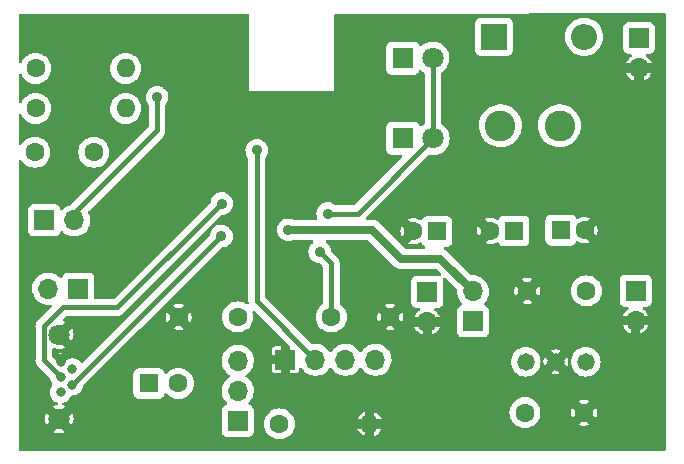
<source format=gbr>
%TF.GenerationSoftware,KiCad,Pcbnew,6.0.7-f9a2dced07~116~ubuntu20.04.1*%
%TF.CreationDate,2023-08-22T11:37:59+02:00*%
%TF.ProjectId,BlueBox,426c7565-426f-4782-9e6b-696361645f70,rev?*%
%TF.SameCoordinates,Original*%
%TF.FileFunction,Copper,L2,Bot*%
%TF.FilePolarity,Positive*%
%FSLAX46Y46*%
G04 Gerber Fmt 4.6, Leading zero omitted, Abs format (unit mm)*
G04 Created by KiCad (PCBNEW 6.0.7-f9a2dced07~116~ubuntu20.04.1) date 2023-08-22 11:37:59*
%MOMM*%
%LPD*%
G01*
G04 APERTURE LIST*
%TA.AperFunction,ComponentPad*%
%ADD10R,1.700000X1.700000*%
%TD*%
%TA.AperFunction,ComponentPad*%
%ADD11O,1.700000X1.700000*%
%TD*%
%TA.AperFunction,ComponentPad*%
%ADD12C,0.800000*%
%TD*%
%TA.AperFunction,ComponentPad*%
%ADD13C,1.803150*%
%TD*%
%TA.AperFunction,ComponentPad*%
%ADD14C,1.478000*%
%TD*%
%TA.AperFunction,ComponentPad*%
%ADD15C,1.600000*%
%TD*%
%TA.AperFunction,ComponentPad*%
%ADD16O,1.600000X1.600000*%
%TD*%
%TA.AperFunction,ComponentPad*%
%ADD17C,2.600000*%
%TD*%
%TA.AperFunction,ComponentPad*%
%ADD18R,1.800000X1.800000*%
%TD*%
%TA.AperFunction,ComponentPad*%
%ADD19C,1.800000*%
%TD*%
%TA.AperFunction,ComponentPad*%
%ADD20R,2.200000X2.200000*%
%TD*%
%TA.AperFunction,ComponentPad*%
%ADD21O,2.200000X2.200000*%
%TD*%
%TA.AperFunction,ComponentPad*%
%ADD22R,1.600000X1.600000*%
%TD*%
%TA.AperFunction,ViaPad*%
%ADD23C,0.900000*%
%TD*%
%TA.AperFunction,Conductor*%
%ADD24C,0.400000*%
%TD*%
%TA.AperFunction,Conductor*%
%ADD25C,0.700000*%
%TD*%
G04 APERTURE END LIST*
D10*
%TO.P,J8,1,Pin_1*%
%TO.N,+12V*%
X111125000Y-103400000D03*
D11*
%TO.P,J8,2,Pin_2*%
%TO.N,GND*%
X111125000Y-105940000D03*
%TD*%
D12*
%TO.P,11,1,1*%
%TO.N,Net-(J4-Pad2)*%
X62430000Y-112000000D03*
%TO.P,11,2,2*%
%TO.N,USB_DM*%
X63430000Y-111350000D03*
%TO.P,11,3,3*%
%TO.N,USB_DP*%
X62430000Y-110700000D03*
%TO.P,11,4,4*%
%TO.N,unconnected-(11-Pad4)*%
X63430000Y-110050000D03*
%TO.P,11,5,5*%
%TO.N,GND*%
X62430000Y-109400000D03*
D13*
%TO.P,11,6,6*%
X62320000Y-114275000D03*
%TO.P,11,7,7*%
X62320000Y-107125000D03*
%TD*%
D14*
%TO.P,U1,1,VOUT*%
%TO.N,Net-(C6-Pad2)*%
X101815500Y-109425000D03*
%TO.P,U1,2,GND*%
%TO.N,GND*%
X104355500Y-109425000D03*
%TO.P,U1,3,VIN*%
%TO.N,+12V*%
X106895500Y-109425000D03*
%TD*%
D15*
%TO.P,R3,1*%
%TO.N,Net-(C7-Pad2)*%
X80965000Y-114675000D03*
D16*
%TO.P,R3,2*%
%TO.N,GND*%
X88585000Y-114675000D03*
%TD*%
D15*
%TO.P,R2,1*%
%TO.N,Net-(R1-Pad1)*%
X60325000Y-84575000D03*
D16*
%TO.P,R2,2*%
%TO.N,AUDIO_OUT_R*%
X67945000Y-84575000D03*
%TD*%
D15*
%TO.P,R1,1*%
%TO.N,Net-(R1-Pad1)*%
X60325000Y-87975000D03*
D16*
%TO.P,R1,2*%
%TO.N,AUDIO_OUT_L*%
X67945000Y-87975000D03*
%TD*%
D17*
%TO.P,L1,2,2*%
%TO.N,+12V*%
X104675000Y-89425000D03*
%TO.P,L1,1,1*%
%TO.N,Net-(D1-Pad1)*%
X99675000Y-89425000D03*
%TD*%
D11*
%TO.P,J7,4,Pin_4*%
%TO.N,UART_TX*%
X89095000Y-109250000D03*
%TO.P,J7,3,Pin_3*%
%TO.N,UART_RX*%
X86555000Y-109250000D03*
%TO.P,J7,2,Pin_2*%
%TO.N,RESET*%
X84015000Y-109250000D03*
D10*
%TO.P,J7,1,Pin_1*%
%TO.N,GND*%
X81475000Y-109250000D03*
%TD*%
%TO.P,J6,1,Pin_1*%
%TO.N,Net-(C7-Pad2)*%
X77425000Y-114425000D03*
D11*
%TO.P,J6,2,Pin_2*%
%TO.N,MFB*%
X77425000Y-111885000D03*
%TO.P,J6,3,Pin_3*%
%TO.N,SYS_PWR*%
X77425000Y-109345000D03*
%TD*%
D10*
%TO.P,J5,1,Pin_1*%
%TO.N,TEST_MODE*%
X93475000Y-103500000D03*
D11*
%TO.P,J5,2,Pin_2*%
%TO.N,GND*%
X93475000Y-106040000D03*
%TD*%
D10*
%TO.P,J4,1,Pin_1*%
%TO.N,USB_VCC*%
X63925000Y-103225000D03*
D11*
%TO.P,J4,2,Pin_2*%
%TO.N,Net-(J4-Pad2)*%
X61385000Y-103225000D03*
%TD*%
D10*
%TO.P,J3,1,Pin_1*%
%TO.N,Net-(C6-Pad2)*%
X97350000Y-106000000D03*
D11*
%TO.P,J3,2,Pin_2*%
%TO.N,+3.3V*%
X97350000Y-103460000D03*
%TD*%
D10*
%TO.P,J2,1,Pin_1*%
%TO.N,Net-(D1-Pad2)*%
X111400000Y-82000000D03*
D11*
%TO.P,J2,2,Pin_2*%
%TO.N,GND*%
X111400000Y-84540000D03*
%TD*%
D10*
%TO.P,J1,1,Pin_1*%
%TO.N,Net-(J1-Pad1)*%
X61050000Y-97450000D03*
D11*
%TO.P,J1,2,Pin_2*%
%TO.N,AUDIO_OUT_GND*%
X63590000Y-97450000D03*
%TD*%
D18*
%TO.P,D3,1,K*%
%TO.N,LED2*%
X91400000Y-83725000D03*
D19*
%TO.P,D3,2,A*%
%TO.N,SYS_PWR*%
X93940000Y-83725000D03*
%TD*%
D18*
%TO.P,D2,1,K*%
%TO.N,LED1*%
X91425000Y-90500000D03*
D19*
%TO.P,D2,2,A*%
%TO.N,SYS_PWR*%
X93965000Y-90500000D03*
%TD*%
D20*
%TO.P,D1,1,K*%
%TO.N,Net-(D1-Pad1)*%
X99140000Y-81900000D03*
D21*
%TO.P,D1,2,A*%
%TO.N,Net-(D1-Pad2)*%
X106760000Y-81900000D03*
%TD*%
D22*
%TO.P,C9,1*%
%TO.N,+12V*%
X100805113Y-98350000D03*
D15*
%TO.P,C9,2*%
%TO.N,GND*%
X98805113Y-98350000D03*
%TD*%
D22*
%TO.P,C8,1*%
%TO.N,Net-(D1-Pad1)*%
X94305113Y-98375000D03*
D15*
%TO.P,C8,2*%
%TO.N,GND*%
X92305113Y-98375000D03*
%TD*%
D22*
%TO.P,C7,1*%
%TO.N,SYS_PWR*%
X69913606Y-111250000D03*
D15*
%TO.P,C7,2*%
%TO.N,Net-(C7-Pad2)*%
X72413606Y-111250000D03*
%TD*%
%TO.P,C6,2*%
%TO.N,Net-(C6-Pad2)*%
X101750000Y-113725000D03*
%TO.P,C6,1*%
%TO.N,GND*%
X106750000Y-113725000D03*
%TD*%
%TO.P,C5,1*%
%TO.N,Net-(C5-Pad1)*%
X85350000Y-105625000D03*
%TO.P,C5,2*%
%TO.N,GND*%
X90350000Y-105625000D03*
%TD*%
%TO.P,C4,1*%
%TO.N,GND*%
X101950000Y-103425000D03*
%TO.P,C4,2*%
%TO.N,+12V*%
X106950000Y-103425000D03*
%TD*%
%TO.P,C3,1*%
%TO.N,SYS_PWR*%
X77425000Y-105625000D03*
%TO.P,C3,2*%
%TO.N,GND*%
X72425000Y-105625000D03*
%TD*%
%TO.P,C2,1*%
%TO.N,Net-(R1-Pad1)*%
X60250000Y-91675000D03*
%TO.P,C2,2*%
%TO.N,Net-(J1-Pad1)*%
X65250000Y-91675000D03*
%TD*%
D22*
%TO.P,C1,1*%
%TO.N,+12V*%
X104794888Y-98275000D03*
D15*
%TO.P,C1,2*%
%TO.N,GND*%
X106794888Y-98275000D03*
%TD*%
D23*
%TO.N,GND*%
X101525000Y-106675000D03*
X99900000Y-102500000D03*
X100150000Y-94125000D03*
X59900000Y-94300000D03*
X63425000Y-86275000D03*
X59600000Y-81425000D03*
X62175000Y-81250000D03*
X65825000Y-80950000D03*
X69325000Y-81300000D03*
X76125000Y-82625000D03*
X75925000Y-85375000D03*
X78250000Y-88675000D03*
X83900000Y-89475000D03*
X81650000Y-91825000D03*
X74625000Y-88600000D03*
X75000000Y-93100000D03*
X69200000Y-95275000D03*
X68800000Y-98325000D03*
X66075000Y-100400000D03*
X61275000Y-100550000D03*
X64850000Y-106925000D03*
X59675000Y-113150000D03*
X64325000Y-115875000D03*
X66675000Y-112675000D03*
X67625000Y-115925000D03*
X73650000Y-115700000D03*
X79050000Y-116425000D03*
X83875000Y-116075000D03*
X90350000Y-116100000D03*
X89650000Y-112200000D03*
X89100000Y-102000000D03*
X95125000Y-112425000D03*
X97475000Y-116175000D03*
X102150000Y-116025000D03*
X108850000Y-115725000D03*
X112400000Y-113625000D03*
X112325000Y-108275000D03*
X112100000Y-99525000D03*
X111875000Y-94625000D03*
X108100000Y-92275000D03*
X111625000Y-89000000D03*
X107775000Y-86550000D03*
X103625000Y-84625000D03*
X102150000Y-81000000D03*
X96425000Y-81175000D03*
X92925000Y-81125000D03*
X89125000Y-83575000D03*
X89125000Y-81300000D03*
%TO.N,Net-(C5-Pad1)*%
X84375000Y-100100000D03*
%TO.N,RESET*%
X79050000Y-91525000D03*
%TO.N,USB_DM*%
X76050000Y-98775000D03*
%TO.N,USB_DP*%
X76075000Y-96025000D03*
%TO.N,+3.3V*%
X81700000Y-98250000D03*
%TO.N,AUDIO_OUT_GND*%
X70600000Y-87025000D03*
%TO.N,SYS_PWR*%
X85050000Y-96875000D03*
%TD*%
D24*
%TO.N,Net-(C5-Pad1)*%
X85350000Y-101075000D02*
X85350000Y-105625000D01*
X84375000Y-100100000D02*
X85350000Y-101075000D01*
D25*
%TO.N,+3.3V*%
X97350000Y-103460000D02*
X94590000Y-100700000D01*
X94590000Y-100700000D02*
X91265000Y-100700000D01*
X91265000Y-100700000D02*
X88815000Y-98250000D01*
X88815000Y-98250000D02*
X81700000Y-98250000D01*
D24*
%TO.N,RESET*%
X84015000Y-109250000D02*
X79050000Y-104285000D01*
X79050000Y-104285000D02*
X79050000Y-91525000D01*
%TO.N,USB_DP*%
X76075000Y-96025000D02*
X76025000Y-96025000D01*
X76025000Y-96025000D02*
X67232501Y-104817499D01*
X62632501Y-104817499D02*
X61018425Y-106431575D01*
X67232501Y-104817499D02*
X62632501Y-104817499D01*
X61018425Y-106431575D02*
X61018425Y-109288425D01*
X61018425Y-109288425D02*
X62430000Y-110700000D01*
%TO.N,USB_DM*%
X76050000Y-98775000D02*
X76005000Y-98775000D01*
X76005000Y-98775000D02*
X63430000Y-111350000D01*
%TO.N,AUDIO_OUT_GND*%
X70600000Y-89840000D02*
X63515000Y-96925000D01*
X70600000Y-87025000D02*
X70600000Y-89840000D01*
%TO.N,SYS_PWR*%
X85050000Y-96875000D02*
X87590000Y-96875000D01*
X87590000Y-96875000D02*
X93965000Y-90500000D01*
X93965000Y-90500000D02*
X93965000Y-83750000D01*
X93965000Y-83750000D02*
X93940000Y-83725000D01*
%TD*%
%TA.AperFunction,Conductor*%
%TO.N,GND*%
G36*
X113633341Y-79920972D02*
G01*
X113679975Y-79974504D01*
X113691500Y-80027149D01*
X113691500Y-116815500D01*
X113671498Y-116883621D01*
X113617842Y-116930114D01*
X113565500Y-116941500D01*
X59009500Y-116941500D01*
X58941379Y-116921498D01*
X58894886Y-116867842D01*
X58883500Y-116815500D01*
X58883500Y-115359397D01*
X61806907Y-115359397D01*
X61810253Y-115363867D01*
X61941795Y-115420382D01*
X61952738Y-115423937D01*
X62156854Y-115470124D01*
X62168264Y-115471626D01*
X62377387Y-115479842D01*
X62388869Y-115479240D01*
X62595982Y-115449211D01*
X62607178Y-115446523D01*
X62805350Y-115379252D01*
X62815857Y-115374574D01*
X62824429Y-115369773D01*
X62834294Y-115359695D01*
X62831338Y-115352023D01*
X62332812Y-114853497D01*
X62318868Y-114845883D01*
X62317035Y-114846014D01*
X62310420Y-114850265D01*
X61813664Y-115347022D01*
X61806907Y-115359397D01*
X58883500Y-115359397D01*
X58883500Y-114249178D01*
X61114069Y-114249178D01*
X61127756Y-114458005D01*
X61129557Y-114469375D01*
X61181071Y-114672212D01*
X61184912Y-114683059D01*
X61228238Y-114777040D01*
X61237510Y-114787664D01*
X61243402Y-114785912D01*
X61741504Y-114287811D01*
X61747881Y-114276132D01*
X62890883Y-114276132D01*
X62891014Y-114277966D01*
X62895265Y-114284580D01*
X63393109Y-114782424D01*
X63405489Y-114789184D01*
X63412069Y-114784258D01*
X63419574Y-114770857D01*
X63424252Y-114760350D01*
X63491523Y-114562178D01*
X63494211Y-114550982D01*
X63524536Y-114341829D01*
X63525166Y-114334447D01*
X63526626Y-114278704D01*
X63526383Y-114271305D01*
X63507045Y-114060849D01*
X63504947Y-114049528D01*
X63448142Y-113848113D01*
X63444017Y-113837366D01*
X63412166Y-113772780D01*
X63402619Y-113762401D01*
X63396186Y-113764500D01*
X62898496Y-114262189D01*
X62890883Y-114276132D01*
X61747881Y-114276132D01*
X61749117Y-114273868D01*
X61748986Y-114272034D01*
X61744735Y-114265420D01*
X61248068Y-113768754D01*
X61235693Y-113761997D01*
X61229727Y-113766463D01*
X61207825Y-113808091D01*
X61203420Y-113818725D01*
X61141360Y-114018591D01*
X61138968Y-114029845D01*
X61114370Y-114237677D01*
X61114069Y-114249178D01*
X58883500Y-114249178D01*
X58883500Y-103191695D01*
X60022251Y-103191695D01*
X60022548Y-103196848D01*
X60022548Y-103196851D01*
X60029792Y-103322489D01*
X60035110Y-103414715D01*
X60036247Y-103419761D01*
X60036248Y-103419767D01*
X60051285Y-103486490D01*
X60084222Y-103632639D01*
X60145673Y-103783976D01*
X60151777Y-103799007D01*
X60168266Y-103839616D01*
X60192538Y-103879225D01*
X60266712Y-104000265D01*
X60284987Y-104030088D01*
X60431250Y-104198938D01*
X60603126Y-104341632D01*
X60796000Y-104454338D01*
X61004692Y-104534030D01*
X61009760Y-104535061D01*
X61009763Y-104535062D01*
X61117347Y-104556950D01*
X61223597Y-104578567D01*
X61228772Y-104578757D01*
X61228774Y-104578757D01*
X61441673Y-104586564D01*
X61441677Y-104586564D01*
X61446837Y-104586753D01*
X61451957Y-104586097D01*
X61451959Y-104586097D01*
X61556094Y-104572757D01*
X61626204Y-104583942D01*
X61679138Y-104631255D01*
X61698089Y-104699675D01*
X61677041Y-104767480D01*
X61661199Y-104786831D01*
X60537905Y-105910125D01*
X60531640Y-105915979D01*
X60488040Y-105954014D01*
X60483673Y-105960228D01*
X60451297Y-106006294D01*
X60447364Y-106011589D01*
X60407949Y-106061857D01*
X60404826Y-106068773D01*
X60403442Y-106071059D01*
X60395068Y-106085740D01*
X60393803Y-106088100D01*
X60389435Y-106094314D01*
X60386675Y-106101393D01*
X60386674Y-106101395D01*
X60366223Y-106153850D01*
X60363672Y-106159919D01*
X60337380Y-106218148D01*
X60335996Y-106225615D01*
X60335195Y-106228170D01*
X60330566Y-106244423D01*
X60329903Y-106247003D01*
X60327143Y-106254084D01*
X60326152Y-106261615D01*
X60326151Y-106261617D01*
X60318804Y-106317427D01*
X60317773Y-106323934D01*
X60306129Y-106386761D01*
X60306566Y-106394341D01*
X60306566Y-106394342D01*
X60309716Y-106448967D01*
X60309925Y-106456221D01*
X60309925Y-109259513D01*
X60309633Y-109268083D01*
X60306555Y-109313240D01*
X60305700Y-109325777D01*
X60307005Y-109333254D01*
X60307005Y-109333255D01*
X60316686Y-109388724D01*
X60317648Y-109395246D01*
X60325323Y-109458667D01*
X60328006Y-109465768D01*
X60328647Y-109468377D01*
X60333110Y-109484687D01*
X60333875Y-109487223D01*
X60335182Y-109494709D01*
X60338236Y-109501666D01*
X60360867Y-109553220D01*
X60363358Y-109559324D01*
X60385938Y-109619081D01*
X60390242Y-109625344D01*
X60391479Y-109627710D01*
X60399724Y-109642522D01*
X60401057Y-109644776D01*
X60404110Y-109651730D01*
X60413179Y-109663548D01*
X60443004Y-109702416D01*
X60446884Y-109707757D01*
X60478764Y-109754145D01*
X60478769Y-109754150D01*
X60483068Y-109760406D01*
X60488738Y-109765457D01*
X60488739Y-109765459D01*
X60529595Y-109801860D01*
X60534871Y-109806841D01*
X61495335Y-110767305D01*
X61529361Y-110829617D01*
X61531550Y-110843228D01*
X61536458Y-110889928D01*
X61595473Y-111071556D01*
X61690960Y-111236944D01*
X61695378Y-111241851D01*
X61695379Y-111241852D01*
X61716843Y-111265690D01*
X61747561Y-111329697D01*
X61738796Y-111400151D01*
X61716843Y-111434310D01*
X61690960Y-111463056D01*
X61595473Y-111628444D01*
X61536458Y-111810072D01*
X61535768Y-111816633D01*
X61535768Y-111816635D01*
X61528229Y-111888365D01*
X61516496Y-112000000D01*
X61536458Y-112189928D01*
X61595473Y-112371556D01*
X61598776Y-112377277D01*
X61598777Y-112377279D01*
X61615406Y-112406081D01*
X61690960Y-112536944D01*
X61695378Y-112541851D01*
X61695379Y-112541852D01*
X61769950Y-112624671D01*
X61818747Y-112678866D01*
X61973248Y-112791118D01*
X61979276Y-112793802D01*
X61979278Y-112793803D01*
X62119176Y-112856089D01*
X62173272Y-112902069D01*
X62193921Y-112969996D01*
X62174569Y-113038304D01*
X62121358Y-113085306D01*
X62089264Y-113095376D01*
X62013376Y-113108416D01*
X62002254Y-113111396D01*
X61809393Y-113182546D01*
X61803971Y-113188384D01*
X61807455Y-113196769D01*
X62307189Y-113696504D01*
X62321132Y-113704117D01*
X62322966Y-113703986D01*
X62329580Y-113699735D01*
X62827635Y-113201679D01*
X62834392Y-113189304D01*
X62831353Y-113185245D01*
X62662728Y-113117970D01*
X62663170Y-113116863D01*
X62608648Y-113081639D01*
X62579311Y-113016988D01*
X62589584Y-112946738D01*
X62636205Y-112893195D01*
X62677874Y-112876109D01*
X62679886Y-112875681D01*
X62712288Y-112868794D01*
X62740824Y-112856089D01*
X62880722Y-112793803D01*
X62880724Y-112793802D01*
X62886752Y-112791118D01*
X63041253Y-112678866D01*
X63090050Y-112624671D01*
X63164621Y-112541852D01*
X63164622Y-112541851D01*
X63169040Y-112536944D01*
X63264527Y-112371556D01*
X63272973Y-112345562D01*
X63313048Y-112286957D01*
X63378445Y-112259321D01*
X63392806Y-112258500D01*
X63525487Y-112258500D01*
X63531939Y-112257128D01*
X63531944Y-112257128D01*
X63618887Y-112238647D01*
X63712288Y-112218794D01*
X63763022Y-112196206D01*
X63880722Y-112143803D01*
X63880724Y-112143802D01*
X63886752Y-112141118D01*
X63945914Y-112098134D01*
X68605106Y-112098134D01*
X68611861Y-112160316D01*
X68662991Y-112296705D01*
X68750345Y-112413261D01*
X68866901Y-112500615D01*
X69003290Y-112551745D01*
X69065472Y-112558500D01*
X70761740Y-112558500D01*
X70823922Y-112551745D01*
X70960311Y-112500615D01*
X71076867Y-112413261D01*
X71164221Y-112296705D01*
X71215351Y-112160316D01*
X71217297Y-112161046D01*
X71247151Y-112108795D01*
X71310109Y-112075979D01*
X71380813Y-112082409D01*
X71423606Y-112110498D01*
X71569306Y-112256198D01*
X71573814Y-112259355D01*
X71573817Y-112259357D01*
X71613234Y-112286957D01*
X71756857Y-112387523D01*
X71761839Y-112389846D01*
X71761844Y-112389849D01*
X71959381Y-112481961D01*
X71964363Y-112484284D01*
X71969671Y-112485706D01*
X71969673Y-112485707D01*
X72180204Y-112542119D01*
X72180206Y-112542119D01*
X72185519Y-112543543D01*
X72413606Y-112563498D01*
X72641693Y-112543543D01*
X72647006Y-112542119D01*
X72647008Y-112542119D01*
X72857539Y-112485707D01*
X72857541Y-112485706D01*
X72862849Y-112484284D01*
X72867831Y-112481961D01*
X73065368Y-112389849D01*
X73065373Y-112389846D01*
X73070355Y-112387523D01*
X73213978Y-112286957D01*
X73253395Y-112259357D01*
X73253398Y-112259355D01*
X73257906Y-112256198D01*
X73419804Y-112094300D01*
X73428131Y-112082409D01*
X73490431Y-111993435D01*
X73551129Y-111906749D01*
X73553452Y-111901767D01*
X73553455Y-111901762D01*
X73576801Y-111851695D01*
X76062251Y-111851695D01*
X76062548Y-111856848D01*
X76062548Y-111856851D01*
X76072183Y-112023955D01*
X76075110Y-112074715D01*
X76076247Y-112079761D01*
X76076248Y-112079767D01*
X76080402Y-112098197D01*
X76124222Y-112292639D01*
X76208266Y-112499616D01*
X76235478Y-112544022D01*
X76320490Y-112682749D01*
X76324987Y-112690088D01*
X76471250Y-112858938D01*
X76475230Y-112862242D01*
X76479981Y-112866187D01*
X76519616Y-112925090D01*
X76521113Y-112996071D01*
X76483997Y-113056593D01*
X76443725Y-113081112D01*
X76432538Y-113085306D01*
X76328295Y-113124385D01*
X76211739Y-113211739D01*
X76124385Y-113328295D01*
X76073255Y-113464684D01*
X76066500Y-113526866D01*
X76066500Y-115323134D01*
X76073255Y-115385316D01*
X76124385Y-115521705D01*
X76211739Y-115638261D01*
X76328295Y-115725615D01*
X76464684Y-115776745D01*
X76526866Y-115783500D01*
X78323134Y-115783500D01*
X78385316Y-115776745D01*
X78521705Y-115725615D01*
X78638261Y-115638261D01*
X78725615Y-115521705D01*
X78776745Y-115385316D01*
X78783500Y-115323134D01*
X78783500Y-114675000D01*
X79651502Y-114675000D01*
X79671457Y-114903087D01*
X79672881Y-114908400D01*
X79672881Y-114908402D01*
X79722119Y-115092157D01*
X79730716Y-115124243D01*
X79733039Y-115129224D01*
X79733039Y-115129225D01*
X79825151Y-115326762D01*
X79825154Y-115326767D01*
X79827477Y-115331749D01*
X79860739Y-115379252D01*
X79954599Y-115513297D01*
X79958802Y-115519300D01*
X80120700Y-115681198D01*
X80125208Y-115684355D01*
X80125211Y-115684357D01*
X80134227Y-115690670D01*
X80308251Y-115812523D01*
X80313233Y-115814846D01*
X80313238Y-115814849D01*
X80510775Y-115906961D01*
X80515757Y-115909284D01*
X80521065Y-115910706D01*
X80521067Y-115910707D01*
X80731598Y-115967119D01*
X80731600Y-115967119D01*
X80736913Y-115968543D01*
X80965000Y-115988498D01*
X81193087Y-115968543D01*
X81198400Y-115967119D01*
X81198402Y-115967119D01*
X81408933Y-115910707D01*
X81408935Y-115910706D01*
X81414243Y-115909284D01*
X81419225Y-115906961D01*
X81616762Y-115814849D01*
X81616767Y-115814846D01*
X81621749Y-115812523D01*
X81795773Y-115690670D01*
X81804789Y-115684357D01*
X81804792Y-115684355D01*
X81809300Y-115681198D01*
X81971198Y-115519300D01*
X81975402Y-115513297D01*
X82069261Y-115379252D01*
X82102523Y-115331749D01*
X82104846Y-115326767D01*
X82104849Y-115326762D01*
X82196961Y-115129225D01*
X82196961Y-115129224D01*
X82199284Y-115124243D01*
X82207882Y-115092157D01*
X82210195Y-115083525D01*
X87561983Y-115083525D01*
X87625872Y-115222111D01*
X87631623Y-115232072D01*
X87741634Y-115387734D01*
X87749112Y-115396489D01*
X87885642Y-115529490D01*
X87894586Y-115536733D01*
X88053073Y-115642631D01*
X88063186Y-115648122D01*
X88168356Y-115693306D01*
X88182356Y-115694997D01*
X88185000Y-115690670D01*
X88185000Y-115682835D01*
X88985000Y-115682835D01*
X88988973Y-115696366D01*
X88995669Y-115697328D01*
X89028855Y-115686063D01*
X89039370Y-115681382D01*
X89205669Y-115588250D01*
X89215162Y-115581725D01*
X89361712Y-115459841D01*
X89369841Y-115451712D01*
X89491725Y-115305162D01*
X89498250Y-115295669D01*
X89591382Y-115129370D01*
X89596063Y-115118855D01*
X89605126Y-115092157D01*
X89605713Y-115078064D01*
X89599682Y-115075000D01*
X89003115Y-115075000D01*
X88987876Y-115079475D01*
X88986671Y-115080865D01*
X88985000Y-115088548D01*
X88985000Y-115682835D01*
X88185000Y-115682835D01*
X88185000Y-115093115D01*
X88180525Y-115077876D01*
X88179135Y-115076671D01*
X88171452Y-115075000D01*
X87576168Y-115075000D01*
X87562637Y-115078973D01*
X87561983Y-115083525D01*
X82210195Y-115083525D01*
X82257119Y-114908402D01*
X82257119Y-114908400D01*
X82258543Y-114903087D01*
X82278498Y-114675000D01*
X82258543Y-114446913D01*
X82219249Y-114300265D01*
X82211621Y-114271799D01*
X87562466Y-114271799D01*
X87569197Y-114275000D01*
X88166885Y-114275000D01*
X88182124Y-114270525D01*
X88183329Y-114269135D01*
X88185000Y-114261452D01*
X88185000Y-114256885D01*
X88985000Y-114256885D01*
X88989475Y-114272124D01*
X88990865Y-114273329D01*
X88998548Y-114275000D01*
X89596198Y-114275000D01*
X89609729Y-114271027D01*
X89610273Y-114267242D01*
X89609911Y-114266073D01*
X89529478Y-114102969D01*
X89523468Y-114093162D01*
X89409419Y-113940433D01*
X89401717Y-113931879D01*
X89261752Y-113802496D01*
X89252620Y-113795489D01*
X89140902Y-113725000D01*
X100436502Y-113725000D01*
X100456457Y-113953087D01*
X100457881Y-113958400D01*
X100457881Y-113958402D01*
X100511726Y-114159351D01*
X100515716Y-114174243D01*
X100518039Y-114179224D01*
X100518039Y-114179225D01*
X100610151Y-114376762D01*
X100610154Y-114376767D01*
X100612477Y-114381749D01*
X100661943Y-114452393D01*
X100730976Y-114550982D01*
X100743802Y-114569300D01*
X100905700Y-114731198D01*
X100910208Y-114734355D01*
X100910211Y-114734357D01*
X100947333Y-114760350D01*
X101093251Y-114862523D01*
X101098233Y-114864846D01*
X101098238Y-114864849D01*
X101168489Y-114897607D01*
X101300757Y-114959284D01*
X101306065Y-114960706D01*
X101306067Y-114960707D01*
X101516598Y-115017119D01*
X101516600Y-115017119D01*
X101521913Y-115018543D01*
X101750000Y-115038498D01*
X101978087Y-115018543D01*
X101983400Y-115017119D01*
X101983402Y-115017119D01*
X102193933Y-114960707D01*
X102193935Y-114960706D01*
X102199243Y-114959284D01*
X102331511Y-114897607D01*
X102401762Y-114864849D01*
X102401767Y-114864846D01*
X102406749Y-114862523D01*
X102552667Y-114760350D01*
X102589789Y-114734357D01*
X102589792Y-114734355D01*
X102593066Y-114732062D01*
X106314243Y-114732062D01*
X106317589Y-114736532D01*
X106403318Y-114773364D01*
X106414261Y-114776919D01*
X106600170Y-114818987D01*
X106611579Y-114820489D01*
X106802048Y-114827972D01*
X106813530Y-114827370D01*
X107002169Y-114800020D01*
X107013364Y-114797332D01*
X107177837Y-114741500D01*
X107189373Y-114733389D01*
X107188671Y-114729629D01*
X107187951Y-114728636D01*
X106762812Y-114303497D01*
X106748868Y-114295883D01*
X106747035Y-114296014D01*
X106740420Y-114300265D01*
X106321003Y-114719682D01*
X106314243Y-114732062D01*
X102593066Y-114732062D01*
X102594300Y-114731198D01*
X102756198Y-114569300D01*
X102769025Y-114550982D01*
X102838057Y-114452393D01*
X102887523Y-114381749D01*
X102889846Y-114376767D01*
X102889849Y-114376762D01*
X102981961Y-114179225D01*
X102981961Y-114179224D01*
X102984284Y-114174243D01*
X102988275Y-114159351D01*
X103042119Y-113958402D01*
X103042119Y-113958400D01*
X103043543Y-113953087D01*
X103063498Y-113725000D01*
X103061472Y-113701848D01*
X105646044Y-113701848D01*
X105658510Y-113892047D01*
X105660311Y-113903417D01*
X105707230Y-114088161D01*
X105711071Y-114099007D01*
X105734800Y-114150479D01*
X105744072Y-114161104D01*
X105749964Y-114159351D01*
X106171503Y-113737812D01*
X106177881Y-113726132D01*
X107320883Y-113726132D01*
X107321014Y-113727965D01*
X107325265Y-113734580D01*
X107747865Y-114157180D01*
X107760245Y-114163940D01*
X107763306Y-114161648D01*
X107763877Y-114160566D01*
X107822332Y-113988364D01*
X107825020Y-113977169D01*
X107852666Y-113786490D01*
X107853296Y-113779107D01*
X107854616Y-113728704D01*
X107854373Y-113721305D01*
X107836743Y-113529439D01*
X107834645Y-113518118D01*
X107782906Y-113334667D01*
X107778785Y-113323928D01*
X107766311Y-113298633D01*
X107756764Y-113288256D01*
X107750331Y-113290354D01*
X107328497Y-113712188D01*
X107320883Y-113726132D01*
X106177881Y-113726132D01*
X106179117Y-113723868D01*
X106178986Y-113722035D01*
X106174735Y-113715420D01*
X105753285Y-113293970D01*
X105740905Y-113287210D01*
X105734939Y-113291676D01*
X105732067Y-113297134D01*
X105727666Y-113307758D01*
X105671141Y-113489800D01*
X105668749Y-113501054D01*
X105646345Y-113690347D01*
X105646044Y-113701848D01*
X103061472Y-113701848D01*
X103043543Y-113496913D01*
X103032925Y-113457285D01*
X102985707Y-113281067D01*
X102985706Y-113281065D01*
X102984284Y-113275757D01*
X102942078Y-113185245D01*
X102889849Y-113073238D01*
X102889846Y-113073233D01*
X102887523Y-113068251D01*
X102814098Y-112963389D01*
X102759357Y-112885211D01*
X102759355Y-112885208D01*
X102756198Y-112880700D01*
X102594300Y-112718802D01*
X102593349Y-112718136D01*
X106312358Y-112718136D01*
X106313320Y-112722635D01*
X106737188Y-113146503D01*
X106751132Y-113154117D01*
X106752965Y-113153986D01*
X106759580Y-113149735D01*
X107179453Y-112729862D01*
X107186213Y-112717482D01*
X107183175Y-112713423D01*
X107069123Y-112667921D01*
X107058085Y-112664651D01*
X106871142Y-112627466D01*
X106859695Y-112626263D01*
X106669107Y-112623768D01*
X106657627Y-112624671D01*
X106469776Y-112656950D01*
X106458656Y-112659930D01*
X106323676Y-112709726D01*
X106312358Y-112718136D01*
X102593349Y-112718136D01*
X102589792Y-112715645D01*
X102589789Y-112715643D01*
X102459867Y-112624671D01*
X102406749Y-112587477D01*
X102401767Y-112585154D01*
X102401762Y-112585151D01*
X102204225Y-112493039D01*
X102204224Y-112493039D01*
X102199243Y-112490716D01*
X102193935Y-112489294D01*
X102193933Y-112489293D01*
X101983402Y-112432881D01*
X101983400Y-112432881D01*
X101978087Y-112431457D01*
X101750000Y-112411502D01*
X101521913Y-112431457D01*
X101516600Y-112432881D01*
X101516598Y-112432881D01*
X101306067Y-112489293D01*
X101306065Y-112489294D01*
X101300757Y-112490716D01*
X101295776Y-112493039D01*
X101295775Y-112493039D01*
X101098238Y-112585151D01*
X101098233Y-112585154D01*
X101093251Y-112587477D01*
X101040133Y-112624671D01*
X100910211Y-112715643D01*
X100910208Y-112715645D01*
X100905700Y-112718802D01*
X100743802Y-112880700D01*
X100740645Y-112885208D01*
X100740643Y-112885211D01*
X100685902Y-112963389D01*
X100612477Y-113068251D01*
X100610154Y-113073233D01*
X100610151Y-113073238D01*
X100557922Y-113185245D01*
X100515716Y-113275757D01*
X100514294Y-113281065D01*
X100514293Y-113281067D01*
X100467075Y-113457285D01*
X100456457Y-113496913D01*
X100436502Y-113725000D01*
X89140902Y-113725000D01*
X89091413Y-113693775D01*
X89081165Y-113688554D01*
X89001828Y-113656902D01*
X88987786Y-113655577D01*
X88985000Y-113660416D01*
X88985000Y-114256885D01*
X88185000Y-114256885D01*
X88185000Y-113668130D01*
X88181027Y-113654599D01*
X88174944Y-113653725D01*
X88114825Y-113675904D01*
X88104447Y-113680854D01*
X87940630Y-113778315D01*
X87931323Y-113785077D01*
X87788015Y-113910755D01*
X87780094Y-113919103D01*
X87662087Y-114068793D01*
X87655819Y-114078444D01*
X87567068Y-114247132D01*
X87562684Y-114257715D01*
X87562466Y-114271799D01*
X82211621Y-114271799D01*
X82200707Y-114231067D01*
X82200706Y-114231065D01*
X82199284Y-114225757D01*
X82172787Y-114168933D01*
X82104849Y-114023238D01*
X82104846Y-114023233D01*
X82102523Y-114018251D01*
X81971198Y-113830700D01*
X81809300Y-113668802D01*
X81804792Y-113665645D01*
X81804789Y-113665643D01*
X81726611Y-113610902D01*
X81621749Y-113537477D01*
X81616767Y-113535154D01*
X81616762Y-113535151D01*
X81419225Y-113443039D01*
X81419224Y-113443039D01*
X81414243Y-113440716D01*
X81408935Y-113439294D01*
X81408933Y-113439293D01*
X81198402Y-113382881D01*
X81198400Y-113382881D01*
X81193087Y-113381457D01*
X80965000Y-113361502D01*
X80736913Y-113381457D01*
X80731600Y-113382881D01*
X80731598Y-113382881D01*
X80521067Y-113439293D01*
X80521065Y-113439294D01*
X80515757Y-113440716D01*
X80510776Y-113443039D01*
X80510775Y-113443039D01*
X80313238Y-113535151D01*
X80313233Y-113535154D01*
X80308251Y-113537477D01*
X80203389Y-113610902D01*
X80125211Y-113665643D01*
X80125208Y-113665645D01*
X80120700Y-113668802D01*
X79958802Y-113830700D01*
X79827477Y-114018251D01*
X79825154Y-114023233D01*
X79825151Y-114023238D01*
X79757213Y-114168933D01*
X79730716Y-114225757D01*
X79729294Y-114231065D01*
X79729293Y-114231067D01*
X79710751Y-114300265D01*
X79671457Y-114446913D01*
X79651502Y-114675000D01*
X78783500Y-114675000D01*
X78783500Y-113526866D01*
X78776745Y-113464684D01*
X78725615Y-113328295D01*
X78638261Y-113211739D01*
X78521705Y-113124385D01*
X78479108Y-113108416D01*
X78403203Y-113079960D01*
X78346439Y-113037318D01*
X78321739Y-112970756D01*
X78336947Y-112901408D01*
X78358493Y-112872727D01*
X78459435Y-112772137D01*
X78463096Y-112768489D01*
X78501070Y-112715643D01*
X78590435Y-112591277D01*
X78593453Y-112587077D01*
X78605107Y-112563498D01*
X78690136Y-112391453D01*
X78690137Y-112391451D01*
X78692430Y-112386811D01*
X78744293Y-112216109D01*
X78755865Y-112178023D01*
X78755865Y-112178021D01*
X78757370Y-112173069D01*
X78786529Y-111951590D01*
X78786611Y-111948240D01*
X78788074Y-111888365D01*
X78788074Y-111888361D01*
X78788156Y-111885000D01*
X78769852Y-111662361D01*
X78715431Y-111445702D01*
X78626354Y-111240840D01*
X78520542Y-111077279D01*
X78507822Y-111057617D01*
X78507820Y-111057614D01*
X78505014Y-111053277D01*
X78354670Y-110888051D01*
X78350619Y-110884852D01*
X78350615Y-110884848D01*
X78183414Y-110752800D01*
X78183410Y-110752798D01*
X78179359Y-110749598D01*
X78138053Y-110726796D01*
X78088084Y-110676364D01*
X78073312Y-110606921D01*
X78098428Y-110540516D01*
X78125780Y-110513909D01*
X78190045Y-110468069D01*
X78304860Y-110386173D01*
X78315566Y-110375505D01*
X78459435Y-110232137D01*
X78463096Y-110228489D01*
X78522594Y-110145689D01*
X78526078Y-110140840D01*
X80325000Y-110140840D01*
X80325442Y-110148286D01*
X80326994Y-110161336D01*
X80331952Y-110179374D01*
X80368755Y-110262231D01*
X80381713Y-110281085D01*
X80444342Y-110343604D01*
X80463212Y-110356525D01*
X80546125Y-110393180D01*
X80564202Y-110398108D01*
X80576787Y-110399576D01*
X80584088Y-110400000D01*
X81056885Y-110400000D01*
X81072124Y-110395525D01*
X81073329Y-110394135D01*
X81075000Y-110386452D01*
X81075000Y-109668115D01*
X81070525Y-109652876D01*
X81069135Y-109651671D01*
X81061452Y-109650000D01*
X80343115Y-109650000D01*
X80327876Y-109654475D01*
X80326671Y-109655865D01*
X80325000Y-109663548D01*
X80325000Y-110140840D01*
X78526078Y-110140840D01*
X78590435Y-110051277D01*
X78593453Y-110047077D01*
X78607805Y-110018039D01*
X78690136Y-109851453D01*
X78690137Y-109851451D01*
X78692430Y-109846811D01*
X78748533Y-109662155D01*
X78755865Y-109638023D01*
X78755865Y-109638021D01*
X78757370Y-109633069D01*
X78786529Y-109411590D01*
X78787291Y-109380400D01*
X78788074Y-109348365D01*
X78788074Y-109348361D01*
X78788156Y-109345000D01*
X78769852Y-109122361D01*
X78715431Y-108905702D01*
X78683334Y-108831885D01*
X80325000Y-108831885D01*
X80329475Y-108847124D01*
X80330865Y-108848329D01*
X80338548Y-108850000D01*
X81056885Y-108850000D01*
X81072124Y-108845525D01*
X81073329Y-108844135D01*
X81075000Y-108836452D01*
X81075000Y-108118115D01*
X81070525Y-108102876D01*
X81069135Y-108101671D01*
X81061452Y-108100000D01*
X80584160Y-108100000D01*
X80576714Y-108100442D01*
X80563664Y-108101994D01*
X80545626Y-108106952D01*
X80462769Y-108143755D01*
X80443915Y-108156713D01*
X80381396Y-108219342D01*
X80368475Y-108238212D01*
X80331820Y-108321125D01*
X80326892Y-108339202D01*
X80325424Y-108351787D01*
X80325000Y-108359088D01*
X80325000Y-108831885D01*
X78683334Y-108831885D01*
X78626354Y-108700840D01*
X78528524Y-108549618D01*
X78507822Y-108517617D01*
X78507820Y-108517614D01*
X78505014Y-108513277D01*
X78354670Y-108348051D01*
X78350619Y-108344852D01*
X78350615Y-108344848D01*
X78183414Y-108212800D01*
X78183410Y-108212798D01*
X78179359Y-108209598D01*
X78147046Y-108191760D01*
X78113449Y-108173214D01*
X77983789Y-108101638D01*
X77978920Y-108099914D01*
X77978916Y-108099912D01*
X77778087Y-108028795D01*
X77778083Y-108028794D01*
X77773212Y-108027069D01*
X77768119Y-108026162D01*
X77768116Y-108026161D01*
X77558373Y-107988800D01*
X77558367Y-107988799D01*
X77553284Y-107987894D01*
X77479452Y-107986992D01*
X77335081Y-107985228D01*
X77335079Y-107985228D01*
X77329911Y-107985165D01*
X77109091Y-108018955D01*
X76896756Y-108088357D01*
X76871180Y-108101671D01*
X76734668Y-108172735D01*
X76698607Y-108191507D01*
X76694474Y-108194610D01*
X76694471Y-108194612D01*
X76525304Y-108321626D01*
X76519965Y-108325635D01*
X76365629Y-108487138D01*
X76239743Y-108671680D01*
X76217763Y-108719033D01*
X76155120Y-108853986D01*
X76145688Y-108874305D01*
X76085989Y-109089570D01*
X76062251Y-109311695D01*
X76062548Y-109316848D01*
X76062548Y-109316851D01*
X76071083Y-109464866D01*
X76075110Y-109534715D01*
X76076247Y-109539761D01*
X76076248Y-109539767D01*
X76076982Y-109543023D01*
X76124222Y-109752639D01*
X76208266Y-109959616D01*
X76233176Y-110000265D01*
X76317051Y-110137137D01*
X76324987Y-110150088D01*
X76471250Y-110318938D01*
X76643126Y-110461632D01*
X76713595Y-110502811D01*
X76716445Y-110504476D01*
X76765169Y-110556114D01*
X76778240Y-110625897D01*
X76751509Y-110691669D01*
X76711055Y-110725027D01*
X76698607Y-110731507D01*
X76694474Y-110734610D01*
X76694471Y-110734612D01*
X76524100Y-110862530D01*
X76519965Y-110865635D01*
X76365629Y-111027138D01*
X76239743Y-111211680D01*
X76145688Y-111414305D01*
X76085989Y-111629570D01*
X76062251Y-111851695D01*
X73576801Y-111851695D01*
X73645567Y-111704225D01*
X73645567Y-111704224D01*
X73647890Y-111699243D01*
X73659118Y-111657342D01*
X73705725Y-111483402D01*
X73705725Y-111483400D01*
X73707149Y-111478087D01*
X73727104Y-111250000D01*
X73707149Y-111021913D01*
X73672304Y-110891870D01*
X73649313Y-110806067D01*
X73649312Y-110806065D01*
X73647890Y-110800757D01*
X73632291Y-110767305D01*
X73553455Y-110598238D01*
X73553452Y-110598233D01*
X73551129Y-110593251D01*
X73456654Y-110458327D01*
X73422963Y-110410211D01*
X73422961Y-110410208D01*
X73419804Y-110405700D01*
X73257906Y-110243802D01*
X73253398Y-110240645D01*
X73253395Y-110240643D01*
X73175217Y-110185902D01*
X73070355Y-110112477D01*
X73065373Y-110110154D01*
X73065368Y-110110151D01*
X72867831Y-110018039D01*
X72867830Y-110018039D01*
X72862849Y-110015716D01*
X72857541Y-110014294D01*
X72857539Y-110014293D01*
X72647008Y-109957881D01*
X72647006Y-109957881D01*
X72641693Y-109956457D01*
X72413606Y-109936502D01*
X72185519Y-109956457D01*
X72180206Y-109957881D01*
X72180204Y-109957881D01*
X71969673Y-110014293D01*
X71969671Y-110014294D01*
X71964363Y-110015716D01*
X71959382Y-110018039D01*
X71959381Y-110018039D01*
X71761844Y-110110151D01*
X71761839Y-110110154D01*
X71756857Y-110112477D01*
X71651995Y-110185902D01*
X71573817Y-110240643D01*
X71573814Y-110240645D01*
X71569306Y-110243802D01*
X71423606Y-110389502D01*
X71361294Y-110423528D01*
X71290479Y-110418463D01*
X71233643Y-110375916D01*
X71216474Y-110339263D01*
X71215351Y-110339684D01*
X71167373Y-110211703D01*
X71164221Y-110203295D01*
X71076867Y-110086739D01*
X70960311Y-109999385D01*
X70823922Y-109948255D01*
X70761740Y-109941500D01*
X69065472Y-109941500D01*
X69003290Y-109948255D01*
X68866901Y-109999385D01*
X68750345Y-110086739D01*
X68662991Y-110203295D01*
X68611861Y-110339684D01*
X68605106Y-110401866D01*
X68605106Y-112098134D01*
X63945914Y-112098134D01*
X64041253Y-112028866D01*
X64169040Y-111886944D01*
X64264527Y-111721556D01*
X64323542Y-111539928D01*
X64328450Y-111493230D01*
X64355463Y-111427573D01*
X64364665Y-111417305D01*
X69149908Y-106632062D01*
X71989243Y-106632062D01*
X71992589Y-106636532D01*
X72078318Y-106673364D01*
X72089261Y-106676919D01*
X72275170Y-106718987D01*
X72286579Y-106720489D01*
X72477048Y-106727972D01*
X72488530Y-106727370D01*
X72677169Y-106700020D01*
X72688364Y-106697332D01*
X72852837Y-106641500D01*
X72864373Y-106633389D01*
X72863671Y-106629629D01*
X72862951Y-106628636D01*
X72437812Y-106203497D01*
X72423868Y-106195883D01*
X72422035Y-106196014D01*
X72415420Y-106200265D01*
X71996003Y-106619682D01*
X71989243Y-106632062D01*
X69149908Y-106632062D01*
X70180122Y-105601848D01*
X71321044Y-105601848D01*
X71333510Y-105792047D01*
X71335311Y-105803417D01*
X71382230Y-105988161D01*
X71386071Y-105999007D01*
X71409800Y-106050479D01*
X71419072Y-106061104D01*
X71424964Y-106059351D01*
X71846503Y-105637812D01*
X71852881Y-105626132D01*
X72995883Y-105626132D01*
X72996014Y-105627965D01*
X73000265Y-105634580D01*
X73422865Y-106057180D01*
X73435245Y-106063940D01*
X73438306Y-106061648D01*
X73438877Y-106060566D01*
X73497332Y-105888364D01*
X73500020Y-105877169D01*
X73527666Y-105686490D01*
X73528296Y-105679107D01*
X73529616Y-105628704D01*
X73529494Y-105625000D01*
X76111502Y-105625000D01*
X76131457Y-105853087D01*
X76132881Y-105858400D01*
X76132881Y-105858402D01*
X76186726Y-106059351D01*
X76190716Y-106074243D01*
X76193039Y-106079224D01*
X76193039Y-106079225D01*
X76285151Y-106276762D01*
X76285154Y-106276767D01*
X76287477Y-106281749D01*
X76340949Y-106358115D01*
X76404565Y-106448967D01*
X76418802Y-106469300D01*
X76580700Y-106631198D01*
X76585208Y-106634355D01*
X76585211Y-106634357D01*
X76640919Y-106673364D01*
X76768251Y-106762523D01*
X76773233Y-106764846D01*
X76773238Y-106764849D01*
X76936019Y-106840754D01*
X76975757Y-106859284D01*
X76981065Y-106860706D01*
X76981067Y-106860707D01*
X77191598Y-106917119D01*
X77191600Y-106917119D01*
X77196913Y-106918543D01*
X77425000Y-106938498D01*
X77653087Y-106918543D01*
X77658400Y-106917119D01*
X77658402Y-106917119D01*
X77868933Y-106860707D01*
X77868935Y-106860706D01*
X77874243Y-106859284D01*
X77913981Y-106840754D01*
X78076762Y-106764849D01*
X78076767Y-106764846D01*
X78081749Y-106762523D01*
X78209081Y-106673364D01*
X78264789Y-106634357D01*
X78264792Y-106634355D01*
X78269300Y-106631198D01*
X78431198Y-106469300D01*
X78445436Y-106448967D01*
X78509051Y-106358115D01*
X78562523Y-106281749D01*
X78564846Y-106276767D01*
X78564849Y-106276762D01*
X78656961Y-106079225D01*
X78656961Y-106079224D01*
X78659284Y-106074243D01*
X78663275Y-106059351D01*
X78717119Y-105858402D01*
X78717119Y-105858400D01*
X78718543Y-105853087D01*
X78738498Y-105625000D01*
X78718543Y-105396913D01*
X78717119Y-105391598D01*
X78717118Y-105391591D01*
X78678686Y-105248165D01*
X78680375Y-105177188D01*
X78720169Y-105118392D01*
X78785433Y-105090444D01*
X78855446Y-105102217D01*
X78889487Y-105126458D01*
X81838095Y-108075066D01*
X81872121Y-108137378D01*
X81875000Y-108164161D01*
X81875000Y-110381885D01*
X81879475Y-110397124D01*
X81880865Y-110398329D01*
X81888548Y-110400000D01*
X82365840Y-110400000D01*
X82373286Y-110399558D01*
X82386336Y-110398006D01*
X82404374Y-110393048D01*
X82487231Y-110356245D01*
X82506085Y-110343287D01*
X82568604Y-110280658D01*
X82581525Y-110261788D01*
X82618180Y-110178875D01*
X82623108Y-110160798D01*
X82624576Y-110148213D01*
X82625000Y-110140912D01*
X82625000Y-110028635D01*
X82645002Y-109960514D01*
X82698658Y-109914021D01*
X82768932Y-109903917D01*
X82833512Y-109933411D01*
X82858433Y-109962800D01*
X82914987Y-110055088D01*
X83061250Y-110223938D01*
X83233126Y-110366632D01*
X83426000Y-110479338D01*
X83430825Y-110481180D01*
X83430826Y-110481181D01*
X83503612Y-110508975D01*
X83634692Y-110559030D01*
X83639760Y-110560061D01*
X83639763Y-110560062D01*
X83747017Y-110581883D01*
X83853597Y-110603567D01*
X83858772Y-110603757D01*
X83858774Y-110603757D01*
X84071673Y-110611564D01*
X84071677Y-110611564D01*
X84076837Y-110611753D01*
X84081957Y-110611097D01*
X84081959Y-110611097D01*
X84293288Y-110584025D01*
X84293289Y-110584025D01*
X84298416Y-110583368D01*
X84303366Y-110581883D01*
X84507429Y-110520661D01*
X84507434Y-110520659D01*
X84512384Y-110519174D01*
X84712994Y-110420896D01*
X84894860Y-110291173D01*
X84904984Y-110281085D01*
X85007551Y-110178875D01*
X85053096Y-110133489D01*
X85181476Y-109954829D01*
X85183453Y-109952077D01*
X85184776Y-109953028D01*
X85231645Y-109909857D01*
X85301580Y-109897625D01*
X85367026Y-109925144D01*
X85394875Y-109956994D01*
X85454987Y-110055088D01*
X85601250Y-110223938D01*
X85773126Y-110366632D01*
X85966000Y-110479338D01*
X85970825Y-110481180D01*
X85970826Y-110481181D01*
X86043612Y-110508975D01*
X86174692Y-110559030D01*
X86179760Y-110560061D01*
X86179763Y-110560062D01*
X86287017Y-110581883D01*
X86393597Y-110603567D01*
X86398772Y-110603757D01*
X86398774Y-110603757D01*
X86611673Y-110611564D01*
X86611677Y-110611564D01*
X86616837Y-110611753D01*
X86621957Y-110611097D01*
X86621959Y-110611097D01*
X86833288Y-110584025D01*
X86833289Y-110584025D01*
X86838416Y-110583368D01*
X86843366Y-110581883D01*
X87047429Y-110520661D01*
X87047434Y-110520659D01*
X87052384Y-110519174D01*
X87252994Y-110420896D01*
X87434860Y-110291173D01*
X87444984Y-110281085D01*
X87547551Y-110178875D01*
X87593096Y-110133489D01*
X87721476Y-109954829D01*
X87723453Y-109952077D01*
X87724776Y-109953028D01*
X87771645Y-109909857D01*
X87841580Y-109897625D01*
X87907026Y-109925144D01*
X87934875Y-109956994D01*
X87994987Y-110055088D01*
X88141250Y-110223938D01*
X88313126Y-110366632D01*
X88506000Y-110479338D01*
X88510825Y-110481180D01*
X88510826Y-110481181D01*
X88583612Y-110508975D01*
X88714692Y-110559030D01*
X88719760Y-110560061D01*
X88719763Y-110560062D01*
X88827017Y-110581883D01*
X88933597Y-110603567D01*
X88938772Y-110603757D01*
X88938774Y-110603757D01*
X89151673Y-110611564D01*
X89151677Y-110611564D01*
X89156837Y-110611753D01*
X89161957Y-110611097D01*
X89161959Y-110611097D01*
X89373288Y-110584025D01*
X89373289Y-110584025D01*
X89378416Y-110583368D01*
X89383366Y-110581883D01*
X89587429Y-110520661D01*
X89587434Y-110520659D01*
X89592384Y-110519174D01*
X89792994Y-110420896D01*
X89974860Y-110291173D01*
X89984984Y-110281085D01*
X90087551Y-110178875D01*
X90133096Y-110133489D01*
X90263453Y-109952077D01*
X90268681Y-109941500D01*
X90360136Y-109756453D01*
X90360137Y-109756451D01*
X90362430Y-109751811D01*
X90427370Y-109538069D01*
X90442256Y-109425000D01*
X100563235Y-109425000D01*
X100582260Y-109642454D01*
X100583684Y-109647767D01*
X100583684Y-109647769D01*
X100628222Y-109813985D01*
X100638756Y-109853300D01*
X100641078Y-109858280D01*
X100641079Y-109858282D01*
X100713829Y-110014293D01*
X100731007Y-110051132D01*
X100856209Y-110229940D01*
X101010560Y-110384291D01*
X101015068Y-110387448D01*
X101015071Y-110387450D01*
X101130207Y-110468069D01*
X101189367Y-110509493D01*
X101194349Y-110511816D01*
X101194354Y-110511819D01*
X101379681Y-110598238D01*
X101387200Y-110601744D01*
X101392508Y-110603166D01*
X101392510Y-110603167D01*
X101592731Y-110656816D01*
X101592733Y-110656816D01*
X101598046Y-110658240D01*
X101815500Y-110677265D01*
X102032954Y-110658240D01*
X102038267Y-110656816D01*
X102038269Y-110656816D01*
X102238490Y-110603167D01*
X102238492Y-110603166D01*
X102243800Y-110601744D01*
X102251319Y-110598238D01*
X102436646Y-110511819D01*
X102436651Y-110511816D01*
X102441633Y-110509493D01*
X102500793Y-110468069D01*
X102615308Y-110387885D01*
X103963920Y-110387885D01*
X103965951Y-110390598D01*
X103967733Y-110391522D01*
X104125452Y-110442768D01*
X104137426Y-110445401D01*
X104327524Y-110468069D01*
X104339773Y-110468326D01*
X104530651Y-110453639D01*
X104542731Y-110451508D01*
X104727105Y-110400030D01*
X104737253Y-110396094D01*
X104747188Y-110386777D01*
X104744950Y-110380135D01*
X104368312Y-110003497D01*
X104354368Y-109995883D01*
X104352535Y-109996014D01*
X104345920Y-110000265D01*
X103970680Y-110375505D01*
X103963920Y-110387885D01*
X102615308Y-110387885D01*
X102615929Y-110387450D01*
X102615932Y-110387448D01*
X102620440Y-110384291D01*
X102774791Y-110229940D01*
X102899993Y-110051132D01*
X102917172Y-110014293D01*
X102989921Y-109858282D01*
X102989922Y-109858280D01*
X102992244Y-109853300D01*
X103002779Y-109813985D01*
X103047316Y-109647769D01*
X103047316Y-109647767D01*
X103048740Y-109642454D01*
X103064699Y-109460039D01*
X103079992Y-109420943D01*
X103079151Y-109419244D01*
X103299584Y-109419244D01*
X103313750Y-109446195D01*
X103315778Y-109460478D01*
X103328109Y-109607326D01*
X103330324Y-109619391D01*
X103383089Y-109803408D01*
X103385134Y-109808574D01*
X103393251Y-109817108D01*
X103400051Y-109814764D01*
X103777003Y-109437812D01*
X103783381Y-109426132D01*
X104926383Y-109426132D01*
X104926514Y-109427965D01*
X104930765Y-109434580D01*
X105305581Y-109809396D01*
X105317961Y-109816156D01*
X105320861Y-109813985D01*
X105321596Y-109812580D01*
X105371635Y-109662155D01*
X105374355Y-109650183D01*
X105397087Y-109470243D01*
X105414254Y-109430880D01*
X105413765Y-109429949D01*
X105629283Y-109429949D01*
X105646485Y-109465969D01*
X105647614Y-109475053D01*
X105662260Y-109642454D01*
X105663684Y-109647767D01*
X105663684Y-109647769D01*
X105708222Y-109813985D01*
X105718756Y-109853300D01*
X105721078Y-109858280D01*
X105721079Y-109858282D01*
X105793829Y-110014293D01*
X105811007Y-110051132D01*
X105936209Y-110229940D01*
X106090560Y-110384291D01*
X106095068Y-110387448D01*
X106095071Y-110387450D01*
X106210207Y-110468069D01*
X106269367Y-110509493D01*
X106274349Y-110511816D01*
X106274354Y-110511819D01*
X106459681Y-110598238D01*
X106467200Y-110601744D01*
X106472508Y-110603166D01*
X106472510Y-110603167D01*
X106672731Y-110656816D01*
X106672733Y-110656816D01*
X106678046Y-110658240D01*
X106895500Y-110677265D01*
X107112954Y-110658240D01*
X107118267Y-110656816D01*
X107118269Y-110656816D01*
X107318490Y-110603167D01*
X107318492Y-110603166D01*
X107323800Y-110601744D01*
X107331319Y-110598238D01*
X107516646Y-110511819D01*
X107516651Y-110511816D01*
X107521633Y-110509493D01*
X107580793Y-110468069D01*
X107695929Y-110387450D01*
X107695932Y-110387448D01*
X107700440Y-110384291D01*
X107854791Y-110229940D01*
X107979993Y-110051132D01*
X107997172Y-110014293D01*
X108069921Y-109858282D01*
X108069922Y-109858280D01*
X108072244Y-109853300D01*
X108082779Y-109813985D01*
X108127316Y-109647769D01*
X108127316Y-109647767D01*
X108128740Y-109642454D01*
X108147765Y-109425000D01*
X108128740Y-109207546D01*
X108098505Y-109094707D01*
X108073667Y-109002010D01*
X108073666Y-109002008D01*
X108072244Y-108996700D01*
X108005695Y-108853986D01*
X107982316Y-108803849D01*
X107982314Y-108803846D01*
X107979993Y-108798868D01*
X107854791Y-108620060D01*
X107700440Y-108465709D01*
X107695932Y-108462552D01*
X107695929Y-108462550D01*
X107526142Y-108343664D01*
X107526139Y-108343662D01*
X107521633Y-108340507D01*
X107516651Y-108338184D01*
X107516646Y-108338181D01*
X107328782Y-108250579D01*
X107328781Y-108250578D01*
X107323800Y-108248256D01*
X107318492Y-108246834D01*
X107318490Y-108246833D01*
X107118269Y-108193184D01*
X107118267Y-108193184D01*
X107112954Y-108191760D01*
X106895500Y-108172735D01*
X106678046Y-108191760D01*
X106672733Y-108193184D01*
X106672731Y-108193184D01*
X106472510Y-108246833D01*
X106472508Y-108246834D01*
X106467200Y-108248256D01*
X106462220Y-108250578D01*
X106462218Y-108250579D01*
X106274349Y-108338184D01*
X106274346Y-108338186D01*
X106269368Y-108340507D01*
X106090560Y-108465709D01*
X105936209Y-108620060D01*
X105811007Y-108798868D01*
X105808686Y-108803846D01*
X105808684Y-108803849D01*
X105785305Y-108853986D01*
X105718756Y-108996700D01*
X105717334Y-109002008D01*
X105717333Y-109002010D01*
X105692495Y-109094707D01*
X105662260Y-109207546D01*
X105661781Y-109213026D01*
X105661779Y-109213038D01*
X105646695Y-109385436D01*
X105629283Y-109429949D01*
X105413765Y-109429949D01*
X105397645Y-109399280D01*
X105395776Y-109386749D01*
X105380245Y-109228347D01*
X105377862Y-109216312D01*
X105323718Y-109036978D01*
X105318797Y-109031943D01*
X105311680Y-109034505D01*
X104933997Y-109412188D01*
X104926383Y-109426132D01*
X103783381Y-109426132D01*
X103784617Y-109423868D01*
X103784486Y-109422035D01*
X103780235Y-109415420D01*
X103404527Y-109039712D01*
X103392147Y-109032952D01*
X103389618Y-109034845D01*
X103388513Y-109036995D01*
X103336149Y-109202066D01*
X103333601Y-109214053D01*
X103314599Y-109383463D01*
X103299584Y-109419244D01*
X103079151Y-109419244D01*
X103065284Y-109391219D01*
X103063863Y-109380400D01*
X103059084Y-109325777D01*
X103048740Y-109207546D01*
X103018505Y-109094707D01*
X102993667Y-109002010D01*
X102993666Y-109002008D01*
X102992244Y-108996700D01*
X102925695Y-108853986D01*
X102902316Y-108803849D01*
X102902314Y-108803846D01*
X102899993Y-108798868D01*
X102774791Y-108620060D01*
X102620440Y-108465709D01*
X102615932Y-108462552D01*
X102615929Y-108462550D01*
X102615493Y-108462245D01*
X103962936Y-108462245D01*
X103965389Y-108469204D01*
X104342688Y-108846503D01*
X104356632Y-108854117D01*
X104358465Y-108853986D01*
X104365080Y-108849735D01*
X104741300Y-108473515D01*
X104748060Y-108461135D01*
X104746306Y-108458792D01*
X104743780Y-108457505D01*
X104571318Y-108404119D01*
X104559305Y-108401653D01*
X104368917Y-108381642D01*
X104356649Y-108381557D01*
X104166008Y-108398907D01*
X104153959Y-108401205D01*
X103970310Y-108455256D01*
X103970091Y-108455344D01*
X103962936Y-108462245D01*
X102615493Y-108462245D01*
X102446142Y-108343664D01*
X102446139Y-108343662D01*
X102441633Y-108340507D01*
X102436651Y-108338184D01*
X102436646Y-108338181D01*
X102248782Y-108250579D01*
X102248781Y-108250578D01*
X102243800Y-108248256D01*
X102238492Y-108246834D01*
X102238490Y-108246833D01*
X102038269Y-108193184D01*
X102038267Y-108193184D01*
X102032954Y-108191760D01*
X101815500Y-108172735D01*
X101598046Y-108191760D01*
X101592733Y-108193184D01*
X101592731Y-108193184D01*
X101392510Y-108246833D01*
X101392508Y-108246834D01*
X101387200Y-108248256D01*
X101382220Y-108250578D01*
X101382218Y-108250579D01*
X101194349Y-108338184D01*
X101194346Y-108338186D01*
X101189368Y-108340507D01*
X101010560Y-108465709D01*
X100856209Y-108620060D01*
X100731007Y-108798868D01*
X100728686Y-108803846D01*
X100728684Y-108803849D01*
X100705305Y-108853986D01*
X100638756Y-108996700D01*
X100637334Y-109002008D01*
X100637333Y-109002010D01*
X100612495Y-109094707D01*
X100582260Y-109207546D01*
X100563235Y-109425000D01*
X90442256Y-109425000D01*
X90456529Y-109316590D01*
X90458156Y-109250000D01*
X90439852Y-109027361D01*
X90385431Y-108810702D01*
X90296354Y-108605840D01*
X90202740Y-108461135D01*
X90177822Y-108422617D01*
X90177820Y-108422614D01*
X90175014Y-108418277D01*
X90024670Y-108253051D01*
X90020619Y-108249852D01*
X90020615Y-108249848D01*
X89853414Y-108117800D01*
X89853410Y-108117798D01*
X89849359Y-108114598D01*
X89835509Y-108106952D01*
X89797136Y-108085769D01*
X89653789Y-108006638D01*
X89648920Y-108004914D01*
X89648916Y-108004912D01*
X89448087Y-107933795D01*
X89448083Y-107933794D01*
X89443212Y-107932069D01*
X89438119Y-107931162D01*
X89438116Y-107931161D01*
X89228373Y-107893800D01*
X89228367Y-107893799D01*
X89223284Y-107892894D01*
X89149452Y-107891992D01*
X89005081Y-107890228D01*
X89005079Y-107890228D01*
X88999911Y-107890165D01*
X88779091Y-107923955D01*
X88566756Y-107993357D01*
X88368607Y-108096507D01*
X88364474Y-108099610D01*
X88364471Y-108099612D01*
X88194100Y-108227530D01*
X88189965Y-108230635D01*
X88186393Y-108234373D01*
X88077760Y-108348051D01*
X88035629Y-108392138D01*
X87928201Y-108549621D01*
X87873293Y-108594621D01*
X87802768Y-108602792D01*
X87739021Y-108571538D01*
X87718324Y-108547054D01*
X87637822Y-108422617D01*
X87637820Y-108422614D01*
X87635014Y-108418277D01*
X87484670Y-108253051D01*
X87480619Y-108249852D01*
X87480615Y-108249848D01*
X87313414Y-108117800D01*
X87313410Y-108117798D01*
X87309359Y-108114598D01*
X87295509Y-108106952D01*
X87257136Y-108085769D01*
X87113789Y-108006638D01*
X87108920Y-108004914D01*
X87108916Y-108004912D01*
X86908087Y-107933795D01*
X86908083Y-107933794D01*
X86903212Y-107932069D01*
X86898119Y-107931162D01*
X86898116Y-107931161D01*
X86688373Y-107893800D01*
X86688367Y-107893799D01*
X86683284Y-107892894D01*
X86609452Y-107891992D01*
X86465081Y-107890228D01*
X86465079Y-107890228D01*
X86459911Y-107890165D01*
X86239091Y-107923955D01*
X86026756Y-107993357D01*
X85828607Y-108096507D01*
X85824474Y-108099610D01*
X85824471Y-108099612D01*
X85654100Y-108227530D01*
X85649965Y-108230635D01*
X85646393Y-108234373D01*
X85537760Y-108348051D01*
X85495629Y-108392138D01*
X85388201Y-108549621D01*
X85333293Y-108594621D01*
X85262768Y-108602792D01*
X85199021Y-108571538D01*
X85178324Y-108547054D01*
X85097822Y-108422617D01*
X85097820Y-108422614D01*
X85095014Y-108418277D01*
X84944670Y-108253051D01*
X84940619Y-108249852D01*
X84940615Y-108249848D01*
X84773414Y-108117800D01*
X84773410Y-108117798D01*
X84769359Y-108114598D01*
X84755509Y-108106952D01*
X84717136Y-108085769D01*
X84573789Y-108006638D01*
X84568920Y-108004914D01*
X84568916Y-108004912D01*
X84368087Y-107933795D01*
X84368083Y-107933794D01*
X84363212Y-107932069D01*
X84358119Y-107931162D01*
X84358116Y-107931161D01*
X84148373Y-107893800D01*
X84148367Y-107893799D01*
X84143284Y-107892894D01*
X84069452Y-107891992D01*
X83925081Y-107890228D01*
X83925079Y-107890228D01*
X83919911Y-107890165D01*
X83755059Y-107915391D01*
X83684698Y-107905923D01*
X83646906Y-107879936D01*
X79795405Y-104028435D01*
X79761379Y-103966123D01*
X79758500Y-103939340D01*
X79758500Y-98236552D01*
X80736956Y-98236552D01*
X80737472Y-98242696D01*
X80752169Y-98417715D01*
X80752685Y-98423865D01*
X80754384Y-98429789D01*
X80801488Y-98594060D01*
X80804497Y-98604555D01*
X80807312Y-98610032D01*
X80807313Y-98610035D01*
X80873161Y-98738161D01*
X80890418Y-98771740D01*
X80894241Y-98776564D01*
X80894244Y-98776568D01*
X80921982Y-98811564D01*
X81007177Y-98919052D01*
X81150324Y-99040880D01*
X81314409Y-99132584D01*
X81493180Y-99190670D01*
X81679830Y-99212927D01*
X81685965Y-99212455D01*
X81685967Y-99212455D01*
X81861105Y-99198979D01*
X81861109Y-99198978D01*
X81867247Y-99198506D01*
X82001967Y-99160891D01*
X82042350Y-99149616D01*
X82042353Y-99149615D01*
X82048294Y-99147956D01*
X82053798Y-99145176D01*
X82053800Y-99145175D01*
X82099611Y-99122034D01*
X82156421Y-99108500D01*
X83720641Y-99108500D01*
X83788762Y-99128502D01*
X83835255Y-99182158D01*
X83845359Y-99252432D01*
X83815865Y-99317012D01*
X83799601Y-99332689D01*
X83701128Y-99411864D01*
X83697170Y-99416582D01*
X83697167Y-99416584D01*
X83672913Y-99445489D01*
X83580302Y-99555859D01*
X83577338Y-99561251D01*
X83577335Y-99561255D01*
X83510334Y-99683131D01*
X83489746Y-99720580D01*
X83432909Y-99899752D01*
X83411956Y-100086552D01*
X83427685Y-100273865D01*
X83479497Y-100454555D01*
X83482312Y-100460032D01*
X83482313Y-100460035D01*
X83533253Y-100559154D01*
X83565418Y-100621740D01*
X83569241Y-100626564D01*
X83569244Y-100626568D01*
X83668227Y-100751452D01*
X83682177Y-100769052D01*
X83686871Y-100773047D01*
X83726994Y-100807194D01*
X83825324Y-100890880D01*
X83830702Y-100893886D01*
X83830704Y-100893887D01*
X83863658Y-100912304D01*
X83989409Y-100982584D01*
X84168180Y-101040670D01*
X84247989Y-101050187D01*
X84290078Y-101055206D01*
X84355352Y-101083134D01*
X84364254Y-101091225D01*
X84604595Y-101331566D01*
X84638621Y-101393878D01*
X84641500Y-101420661D01*
X84641500Y-104458122D01*
X84621498Y-104526243D01*
X84587771Y-104561335D01*
X84510211Y-104615643D01*
X84510208Y-104615645D01*
X84505700Y-104618802D01*
X84343802Y-104780700D01*
X84340645Y-104785208D01*
X84340643Y-104785211D01*
X84295998Y-104848971D01*
X84212477Y-104968251D01*
X84210154Y-104973233D01*
X84210151Y-104973238D01*
X84121531Y-105163287D01*
X84115716Y-105175757D01*
X84114294Y-105181065D01*
X84114293Y-105181067D01*
X84057883Y-105391591D01*
X84056457Y-105396913D01*
X84036502Y-105625000D01*
X84056457Y-105853087D01*
X84057881Y-105858400D01*
X84057881Y-105858402D01*
X84111726Y-106059351D01*
X84115716Y-106074243D01*
X84118039Y-106079224D01*
X84118039Y-106079225D01*
X84210151Y-106276762D01*
X84210154Y-106276767D01*
X84212477Y-106281749D01*
X84265949Y-106358115D01*
X84329565Y-106448967D01*
X84343802Y-106469300D01*
X84505700Y-106631198D01*
X84510208Y-106634355D01*
X84510211Y-106634357D01*
X84565919Y-106673364D01*
X84693251Y-106762523D01*
X84698233Y-106764846D01*
X84698238Y-106764849D01*
X84861019Y-106840754D01*
X84900757Y-106859284D01*
X84906065Y-106860706D01*
X84906067Y-106860707D01*
X85116598Y-106917119D01*
X85116600Y-106917119D01*
X85121913Y-106918543D01*
X85350000Y-106938498D01*
X85578087Y-106918543D01*
X85583400Y-106917119D01*
X85583402Y-106917119D01*
X85793933Y-106860707D01*
X85793935Y-106860706D01*
X85799243Y-106859284D01*
X85838981Y-106840754D01*
X86001762Y-106764849D01*
X86001767Y-106764846D01*
X86006749Y-106762523D01*
X86134081Y-106673364D01*
X86189789Y-106634357D01*
X86189792Y-106634355D01*
X86193066Y-106632062D01*
X89914243Y-106632062D01*
X89917589Y-106636532D01*
X90003318Y-106673364D01*
X90014261Y-106676919D01*
X90200170Y-106718987D01*
X90211579Y-106720489D01*
X90402048Y-106727972D01*
X90413530Y-106727370D01*
X90602169Y-106700020D01*
X90613364Y-106697332D01*
X90777837Y-106641500D01*
X90789373Y-106633389D01*
X90788671Y-106629629D01*
X90787951Y-106628636D01*
X90607840Y-106448525D01*
X92396922Y-106448525D01*
X92472386Y-106612218D01*
X92478137Y-106622179D01*
X92593455Y-106785350D01*
X92600921Y-106794092D01*
X92744047Y-106933520D01*
X92752981Y-106940754D01*
X92919112Y-107051760D01*
X92929224Y-107057251D01*
X93058355Y-107112729D01*
X93072355Y-107114420D01*
X93075000Y-107110092D01*
X93075000Y-107100640D01*
X93875000Y-107100640D01*
X93878973Y-107114171D01*
X93885669Y-107115133D01*
X93939283Y-107096934D01*
X93949786Y-107092258D01*
X94124124Y-106994625D01*
X94133596Y-106988115D01*
X94287219Y-106860348D01*
X94295348Y-106852219D01*
X94423115Y-106698596D01*
X94429625Y-106689124D01*
X94527258Y-106514786D01*
X94531934Y-106504283D01*
X94547931Y-106457157D01*
X94548518Y-106443064D01*
X94542488Y-106440000D01*
X93893115Y-106440000D01*
X93877876Y-106444475D01*
X93876671Y-106445865D01*
X93875000Y-106453548D01*
X93875000Y-107100640D01*
X93075000Y-107100640D01*
X93075000Y-106458115D01*
X93070525Y-106442876D01*
X93069135Y-106441671D01*
X93061452Y-106440000D01*
X92411107Y-106440000D01*
X92397576Y-106443973D01*
X92396922Y-106448525D01*
X90607840Y-106448525D01*
X90362812Y-106203497D01*
X90348868Y-106195883D01*
X90347035Y-106196014D01*
X90340420Y-106200265D01*
X89921003Y-106619682D01*
X89914243Y-106632062D01*
X86193066Y-106632062D01*
X86194300Y-106631198D01*
X86356198Y-106469300D01*
X86370436Y-106448967D01*
X86434051Y-106358115D01*
X86487523Y-106281749D01*
X86489846Y-106276767D01*
X86489849Y-106276762D01*
X86581961Y-106079225D01*
X86581961Y-106079224D01*
X86584284Y-106074243D01*
X86588275Y-106059351D01*
X86642119Y-105858402D01*
X86642119Y-105858400D01*
X86643543Y-105853087D01*
X86663498Y-105625000D01*
X86661472Y-105601848D01*
X89246044Y-105601848D01*
X89258510Y-105792047D01*
X89260311Y-105803417D01*
X89307230Y-105988161D01*
X89311071Y-105999007D01*
X89334800Y-106050479D01*
X89344072Y-106061104D01*
X89349964Y-106059351D01*
X89771503Y-105637812D01*
X89777881Y-105626132D01*
X90920883Y-105626132D01*
X90921014Y-105627965D01*
X90925265Y-105634580D01*
X91347865Y-106057180D01*
X91360245Y-106063940D01*
X91363306Y-106061648D01*
X91363877Y-106060566D01*
X91422332Y-105888364D01*
X91425020Y-105877169D01*
X91452666Y-105686490D01*
X91453296Y-105679107D01*
X91454616Y-105628704D01*
X91454373Y-105621305D01*
X91436743Y-105429439D01*
X91434645Y-105418118D01*
X91382906Y-105234667D01*
X91378785Y-105223928D01*
X91366311Y-105198633D01*
X91356764Y-105188256D01*
X91350331Y-105190354D01*
X90928497Y-105612188D01*
X90920883Y-105626132D01*
X89777881Y-105626132D01*
X89779117Y-105623868D01*
X89778986Y-105622035D01*
X89774735Y-105615420D01*
X89353285Y-105193970D01*
X89340905Y-105187210D01*
X89334939Y-105191676D01*
X89332067Y-105197134D01*
X89327666Y-105207758D01*
X89271141Y-105389800D01*
X89268749Y-105401054D01*
X89246345Y-105590347D01*
X89246044Y-105601848D01*
X86661472Y-105601848D01*
X86643543Y-105396913D01*
X86642117Y-105391591D01*
X86585707Y-105181067D01*
X86585706Y-105181065D01*
X86584284Y-105175757D01*
X86578469Y-105163287D01*
X86489849Y-104973238D01*
X86489846Y-104973233D01*
X86487523Y-104968251D01*
X86404002Y-104848971D01*
X86359357Y-104785211D01*
X86359355Y-104785208D01*
X86356198Y-104780700D01*
X86194300Y-104618802D01*
X86193349Y-104618136D01*
X89912358Y-104618136D01*
X89913320Y-104622635D01*
X90337188Y-105046503D01*
X90351132Y-105054117D01*
X90352965Y-105053986D01*
X90359580Y-105049735D01*
X90779453Y-104629862D01*
X90786213Y-104617482D01*
X90783175Y-104613423D01*
X90669123Y-104567921D01*
X90658085Y-104564651D01*
X90471142Y-104527466D01*
X90459695Y-104526263D01*
X90269107Y-104523768D01*
X90257627Y-104524671D01*
X90069776Y-104556950D01*
X90058656Y-104559930D01*
X89923676Y-104609726D01*
X89912358Y-104618136D01*
X86193349Y-104618136D01*
X86189792Y-104615645D01*
X86189789Y-104615643D01*
X86112229Y-104561335D01*
X86067901Y-104505878D01*
X86058500Y-104458122D01*
X86058500Y-101103912D01*
X86058792Y-101095342D01*
X86062209Y-101045224D01*
X86062209Y-101045220D01*
X86062725Y-101037648D01*
X86051739Y-100974703D01*
X86050777Y-100968182D01*
X86044015Y-100912304D01*
X86043102Y-100904758D01*
X86040416Y-100897650D01*
X86039779Y-100895056D01*
X86035318Y-100878750D01*
X86034548Y-100876199D01*
X86033242Y-100868716D01*
X86007561Y-100810212D01*
X86005069Y-100804105D01*
X85985173Y-100751452D01*
X85985173Y-100751451D01*
X85982487Y-100744344D01*
X85978184Y-100738083D01*
X85976947Y-100735717D01*
X85968720Y-100720937D01*
X85967369Y-100718652D01*
X85964315Y-100711695D01*
X85959695Y-100705675D01*
X85959692Y-100705669D01*
X85925421Y-100661009D01*
X85921541Y-100655668D01*
X85889661Y-100609280D01*
X85889656Y-100609275D01*
X85885357Y-100603019D01*
X85838829Y-100561564D01*
X85833554Y-100556584D01*
X85365819Y-100088849D01*
X85331793Y-100026537D01*
X85329515Y-100012050D01*
X85320397Y-99919060D01*
X85320396Y-99919055D01*
X85319795Y-99912926D01*
X85265465Y-99732977D01*
X85177218Y-99567008D01*
X85058415Y-99421340D01*
X84949920Y-99331585D01*
X84910181Y-99272751D01*
X84908559Y-99201773D01*
X84945569Y-99141185D01*
X85009459Y-99110225D01*
X85030235Y-99108500D01*
X88407208Y-99108500D01*
X88475329Y-99128502D01*
X88496303Y-99145405D01*
X90628674Y-101277776D01*
X90635816Y-101285542D01*
X90669471Y-101325367D01*
X90674890Y-101329510D01*
X90674892Y-101329512D01*
X90734008Y-101374710D01*
X90736429Y-101376609D01*
X90794418Y-101423232D01*
X90799738Y-101427509D01*
X90805850Y-101430543D01*
X90808644Y-101432330D01*
X90809004Y-101432582D01*
X90809373Y-101432785D01*
X90812234Y-101434517D01*
X90817652Y-101438660D01*
X90891277Y-101472992D01*
X90894048Y-101474326D01*
X90966814Y-101510447D01*
X90973435Y-101512098D01*
X90976563Y-101513249D01*
X90976956Y-101513413D01*
X90977361Y-101513532D01*
X90980525Y-101514609D01*
X90986704Y-101517490D01*
X91060498Y-101533985D01*
X91066002Y-101535215D01*
X91069000Y-101535924D01*
X91147801Y-101555572D01*
X91154622Y-101555763D01*
X91157925Y-101556215D01*
X91158809Y-101556374D01*
X91163692Y-101557052D01*
X91168740Y-101558180D01*
X91174463Y-101558500D01*
X91250844Y-101558500D01*
X91254363Y-101558549D01*
X91334257Y-101560781D01*
X91340961Y-101559502D01*
X91347762Y-101558955D01*
X91347804Y-101559475D01*
X91358125Y-101558500D01*
X94182208Y-101558500D01*
X94250329Y-101578502D01*
X94271303Y-101595405D01*
X94646123Y-101970225D01*
X94680149Y-102032537D01*
X94675084Y-102103352D01*
X94632537Y-102160188D01*
X94566017Y-102184999D01*
X94512799Y-102177302D01*
X94435316Y-102148255D01*
X94373134Y-102141500D01*
X92576866Y-102141500D01*
X92514684Y-102148255D01*
X92378295Y-102199385D01*
X92261739Y-102286739D01*
X92174385Y-102403295D01*
X92123255Y-102539684D01*
X92116500Y-102601866D01*
X92116500Y-104398134D01*
X92123255Y-104460316D01*
X92174385Y-104596705D01*
X92261739Y-104713261D01*
X92378295Y-104800615D01*
X92514684Y-104851745D01*
X92576866Y-104858500D01*
X92753342Y-104858500D01*
X92821463Y-104878502D01*
X92867956Y-104932158D01*
X92878060Y-105002432D01*
X92848566Y-105067012D01*
X92817765Y-105092785D01*
X92801119Y-105102688D01*
X92791807Y-105109453D01*
X92641587Y-105241194D01*
X92633670Y-105249537D01*
X92509975Y-105406443D01*
X92503704Y-105416100D01*
X92410681Y-105592909D01*
X92406272Y-105603551D01*
X92400327Y-105622699D01*
X92400109Y-105636799D01*
X92406841Y-105640000D01*
X94539019Y-105640000D01*
X94552550Y-105636027D01*
X94553615Y-105628621D01*
X94550663Y-105620931D01*
X94462292Y-105441733D01*
X94456282Y-105431925D01*
X94336731Y-105271827D01*
X94329041Y-105263287D01*
X94182315Y-105127654D01*
X94173190Y-105120653D01*
X94126291Y-105091062D01*
X94079353Y-105037796D01*
X94068663Y-104967608D01*
X94097617Y-104902784D01*
X94157021Y-104863904D01*
X94193526Y-104858500D01*
X94373134Y-104858500D01*
X94435316Y-104851745D01*
X94571705Y-104800615D01*
X94688261Y-104713261D01*
X94775615Y-104596705D01*
X94826745Y-104460316D01*
X94833500Y-104398134D01*
X94833500Y-102601866D01*
X94826745Y-102539684D01*
X94797698Y-102462201D01*
X94792515Y-102391395D01*
X94826436Y-102329026D01*
X94888691Y-102294896D01*
X94959515Y-102299843D01*
X95004775Y-102328877D01*
X95955795Y-103279897D01*
X95989821Y-103342209D01*
X95991987Y-103382379D01*
X95989906Y-103401848D01*
X95989084Y-103409547D01*
X95987251Y-103426695D01*
X95987548Y-103431847D01*
X95987548Y-103431851D01*
X95998835Y-103627596D01*
X96000110Y-103649715D01*
X96001247Y-103654761D01*
X96001248Y-103654767D01*
X96006297Y-103677169D01*
X96049222Y-103867639D01*
X96133266Y-104074616D01*
X96249987Y-104265088D01*
X96396250Y-104433938D01*
X96400230Y-104437242D01*
X96404981Y-104441187D01*
X96444616Y-104500090D01*
X96446113Y-104571071D01*
X96408997Y-104631593D01*
X96368725Y-104656112D01*
X96360264Y-104659284D01*
X96253295Y-104699385D01*
X96136739Y-104786739D01*
X96049385Y-104903295D01*
X95998255Y-105039684D01*
X95991500Y-105101866D01*
X95991500Y-106898134D01*
X95998255Y-106960316D01*
X96049385Y-107096705D01*
X96136739Y-107213261D01*
X96253295Y-107300615D01*
X96389684Y-107351745D01*
X96451866Y-107358500D01*
X98248134Y-107358500D01*
X98310316Y-107351745D01*
X98446705Y-107300615D01*
X98563261Y-107213261D01*
X98650615Y-107096705D01*
X98701745Y-106960316D01*
X98708500Y-106898134D01*
X98708500Y-106348525D01*
X110046922Y-106348525D01*
X110122386Y-106512218D01*
X110128137Y-106522179D01*
X110243455Y-106685350D01*
X110250921Y-106694092D01*
X110394047Y-106833520D01*
X110402981Y-106840754D01*
X110569112Y-106951760D01*
X110579224Y-106957251D01*
X110708355Y-107012729D01*
X110722355Y-107014420D01*
X110725000Y-107010092D01*
X110725000Y-107000640D01*
X111525000Y-107000640D01*
X111528973Y-107014171D01*
X111535669Y-107015133D01*
X111589283Y-106996934D01*
X111599786Y-106992258D01*
X111774124Y-106894625D01*
X111783596Y-106888115D01*
X111937219Y-106760348D01*
X111945348Y-106752219D01*
X112073115Y-106598596D01*
X112079625Y-106589124D01*
X112177258Y-106414786D01*
X112181934Y-106404283D01*
X112197931Y-106357157D01*
X112198518Y-106343064D01*
X112192488Y-106340000D01*
X111543115Y-106340000D01*
X111527876Y-106344475D01*
X111526671Y-106345865D01*
X111525000Y-106353548D01*
X111525000Y-107000640D01*
X110725000Y-107000640D01*
X110725000Y-106358115D01*
X110720525Y-106342876D01*
X110719135Y-106341671D01*
X110711452Y-106340000D01*
X110061107Y-106340000D01*
X110047576Y-106343973D01*
X110046922Y-106348525D01*
X98708500Y-106348525D01*
X98708500Y-105101866D01*
X98701745Y-105039684D01*
X98650615Y-104903295D01*
X98563261Y-104786739D01*
X98446705Y-104699385D01*
X98434132Y-104694672D01*
X98328203Y-104654960D01*
X98271439Y-104612318D01*
X98246739Y-104545756D01*
X98261947Y-104476408D01*
X98283493Y-104447727D01*
X98299213Y-104432062D01*
X101514243Y-104432062D01*
X101517589Y-104436532D01*
X101603318Y-104473364D01*
X101614261Y-104476919D01*
X101800170Y-104518987D01*
X101811579Y-104520489D01*
X102002048Y-104527972D01*
X102013530Y-104527370D01*
X102202169Y-104500020D01*
X102213364Y-104497332D01*
X102377837Y-104441500D01*
X102389373Y-104433389D01*
X102388671Y-104429629D01*
X102387951Y-104428636D01*
X101962812Y-104003497D01*
X101948868Y-103995883D01*
X101947035Y-103996014D01*
X101940420Y-104000265D01*
X101521003Y-104419682D01*
X101514243Y-104432062D01*
X98299213Y-104432062D01*
X98302651Y-104428636D01*
X98388096Y-104343489D01*
X98403285Y-104322352D01*
X98515435Y-104166277D01*
X98518453Y-104162077D01*
X98537076Y-104124397D01*
X98615136Y-103966453D01*
X98615137Y-103966451D01*
X98617430Y-103961811D01*
X98682370Y-103748069D01*
X98711529Y-103526590D01*
X98713156Y-103460000D01*
X98708375Y-103401848D01*
X100846044Y-103401848D01*
X100858510Y-103592047D01*
X100860311Y-103603417D01*
X100907230Y-103788161D01*
X100911071Y-103799007D01*
X100934800Y-103850479D01*
X100944072Y-103861104D01*
X100949964Y-103859351D01*
X101371503Y-103437812D01*
X101377881Y-103426132D01*
X102520883Y-103426132D01*
X102521014Y-103427965D01*
X102525265Y-103434580D01*
X102947865Y-103857180D01*
X102960245Y-103863940D01*
X102963306Y-103861648D01*
X102963877Y-103860566D01*
X103022332Y-103688364D01*
X103025020Y-103677169D01*
X103052666Y-103486490D01*
X103053296Y-103479107D01*
X103054616Y-103428704D01*
X103054494Y-103425000D01*
X105636502Y-103425000D01*
X105656457Y-103653087D01*
X105657881Y-103658400D01*
X105657881Y-103658402D01*
X105711726Y-103859351D01*
X105715716Y-103874243D01*
X105718039Y-103879224D01*
X105718039Y-103879225D01*
X105810151Y-104076762D01*
X105810154Y-104076767D01*
X105812477Y-104081749D01*
X105871664Y-104166277D01*
X105940552Y-104264658D01*
X105943802Y-104269300D01*
X106105700Y-104431198D01*
X106110208Y-104434355D01*
X106110211Y-104434357D01*
X106187246Y-104488297D01*
X106293251Y-104562523D01*
X106298233Y-104564846D01*
X106298238Y-104564849D01*
X106495775Y-104656961D01*
X106500757Y-104659284D01*
X106506065Y-104660706D01*
X106506067Y-104660707D01*
X106716598Y-104717119D01*
X106716600Y-104717119D01*
X106721913Y-104718543D01*
X106950000Y-104738498D01*
X107178087Y-104718543D01*
X107183400Y-104717119D01*
X107183402Y-104717119D01*
X107393933Y-104660707D01*
X107393935Y-104660706D01*
X107399243Y-104659284D01*
X107404225Y-104656961D01*
X107601762Y-104564849D01*
X107601767Y-104564846D01*
X107606749Y-104562523D01*
X107712754Y-104488297D01*
X107789789Y-104434357D01*
X107789792Y-104434355D01*
X107794300Y-104431198D01*
X107927364Y-104298134D01*
X109766500Y-104298134D01*
X109773255Y-104360316D01*
X109824385Y-104496705D01*
X109911739Y-104613261D01*
X110028295Y-104700615D01*
X110164684Y-104751745D01*
X110226866Y-104758500D01*
X110403342Y-104758500D01*
X110471463Y-104778502D01*
X110517956Y-104832158D01*
X110528060Y-104902432D01*
X110498566Y-104967012D01*
X110467765Y-104992785D01*
X110451119Y-105002688D01*
X110441807Y-105009453D01*
X110291587Y-105141194D01*
X110283670Y-105149537D01*
X110159975Y-105306443D01*
X110153704Y-105316100D01*
X110060681Y-105492909D01*
X110056272Y-105503551D01*
X110050327Y-105522699D01*
X110050109Y-105536799D01*
X110056841Y-105540000D01*
X112189019Y-105540000D01*
X112202550Y-105536027D01*
X112203615Y-105528621D01*
X112200663Y-105520931D01*
X112112292Y-105341733D01*
X112106282Y-105331925D01*
X111986731Y-105171827D01*
X111979041Y-105163287D01*
X111832315Y-105027654D01*
X111823190Y-105020653D01*
X111776291Y-104991062D01*
X111729353Y-104937796D01*
X111718663Y-104867608D01*
X111747617Y-104802784D01*
X111807021Y-104763904D01*
X111843526Y-104758500D01*
X112023134Y-104758500D01*
X112085316Y-104751745D01*
X112221705Y-104700615D01*
X112338261Y-104613261D01*
X112425615Y-104496705D01*
X112476745Y-104360316D01*
X112483500Y-104298134D01*
X112483500Y-102501866D01*
X112476745Y-102439684D01*
X112425615Y-102303295D01*
X112338261Y-102186739D01*
X112221705Y-102099385D01*
X112085316Y-102048255D01*
X112023134Y-102041500D01*
X110226866Y-102041500D01*
X110164684Y-102048255D01*
X110028295Y-102099385D01*
X109911739Y-102186739D01*
X109824385Y-102303295D01*
X109773255Y-102439684D01*
X109766500Y-102501866D01*
X109766500Y-104298134D01*
X107927364Y-104298134D01*
X107956198Y-104269300D01*
X107959449Y-104264658D01*
X108028336Y-104166277D01*
X108087523Y-104081749D01*
X108089846Y-104076767D01*
X108089849Y-104076762D01*
X108181961Y-103879225D01*
X108181961Y-103879224D01*
X108184284Y-103874243D01*
X108188275Y-103859351D01*
X108242119Y-103658402D01*
X108242119Y-103658400D01*
X108243543Y-103653087D01*
X108263498Y-103425000D01*
X108243543Y-103196913D01*
X108241637Y-103189800D01*
X108185707Y-102981067D01*
X108185706Y-102981065D01*
X108184284Y-102975757D01*
X108127502Y-102853986D01*
X108089849Y-102773238D01*
X108089846Y-102773233D01*
X108087523Y-102768251D01*
X107986837Y-102624457D01*
X107959357Y-102585211D01*
X107959355Y-102585208D01*
X107956198Y-102580700D01*
X107794300Y-102418802D01*
X107789792Y-102415645D01*
X107789789Y-102415643D01*
X107665874Y-102328877D01*
X107606749Y-102287477D01*
X107601767Y-102285154D01*
X107601762Y-102285151D01*
X107404225Y-102193039D01*
X107404224Y-102193039D01*
X107399243Y-102190716D01*
X107393935Y-102189294D01*
X107393933Y-102189293D01*
X107183402Y-102132881D01*
X107183400Y-102132881D01*
X107178087Y-102131457D01*
X106950000Y-102111502D01*
X106721913Y-102131457D01*
X106716600Y-102132881D01*
X106716598Y-102132881D01*
X106506067Y-102189293D01*
X106506065Y-102189294D01*
X106500757Y-102190716D01*
X106495776Y-102193039D01*
X106495775Y-102193039D01*
X106298238Y-102285151D01*
X106298233Y-102285154D01*
X106293251Y-102287477D01*
X106234126Y-102328877D01*
X106110211Y-102415643D01*
X106110208Y-102415645D01*
X106105700Y-102418802D01*
X105943802Y-102580700D01*
X105940645Y-102585208D01*
X105940643Y-102585211D01*
X105913163Y-102624457D01*
X105812477Y-102768251D01*
X105810154Y-102773233D01*
X105810151Y-102773238D01*
X105772498Y-102853986D01*
X105715716Y-102975757D01*
X105714294Y-102981065D01*
X105714293Y-102981067D01*
X105658363Y-103189800D01*
X105656457Y-103196913D01*
X105636502Y-103425000D01*
X103054494Y-103425000D01*
X103054373Y-103421305D01*
X103036743Y-103229439D01*
X103034645Y-103218118D01*
X102982906Y-103034667D01*
X102978785Y-103023928D01*
X102966311Y-102998633D01*
X102956764Y-102988256D01*
X102950331Y-102990354D01*
X102528497Y-103412188D01*
X102520883Y-103426132D01*
X101377881Y-103426132D01*
X101379117Y-103423868D01*
X101378986Y-103422035D01*
X101374735Y-103415420D01*
X100953285Y-102993970D01*
X100940905Y-102987210D01*
X100934939Y-102991676D01*
X100932067Y-102997134D01*
X100927666Y-103007758D01*
X100871141Y-103189800D01*
X100868749Y-103201054D01*
X100846345Y-103390347D01*
X100846044Y-103401848D01*
X98708375Y-103401848D01*
X98694852Y-103237361D01*
X98640431Y-103020702D01*
X98551354Y-102815840D01*
X98430014Y-102628277D01*
X98279670Y-102463051D01*
X98275619Y-102459852D01*
X98275615Y-102459848D01*
X98222799Y-102418136D01*
X101512358Y-102418136D01*
X101513320Y-102422635D01*
X101937188Y-102846503D01*
X101951132Y-102854117D01*
X101952965Y-102853986D01*
X101959580Y-102849735D01*
X102379453Y-102429862D01*
X102386213Y-102417482D01*
X102383175Y-102413423D01*
X102269123Y-102367921D01*
X102258085Y-102364651D01*
X102071142Y-102327466D01*
X102059695Y-102326263D01*
X101869107Y-102323768D01*
X101857627Y-102324671D01*
X101669776Y-102356950D01*
X101658656Y-102359930D01*
X101523676Y-102409726D01*
X101512358Y-102418136D01*
X98222799Y-102418136D01*
X98108414Y-102327800D01*
X98108410Y-102327798D01*
X98104359Y-102324598D01*
X98083645Y-102313163D01*
X98035777Y-102286739D01*
X97908789Y-102216638D01*
X97903920Y-102214914D01*
X97903916Y-102214912D01*
X97703087Y-102143795D01*
X97703083Y-102143794D01*
X97698212Y-102142069D01*
X97693119Y-102141162D01*
X97693116Y-102141161D01*
X97483373Y-102103800D01*
X97483367Y-102103799D01*
X97478284Y-102102894D01*
X97404441Y-102101992D01*
X97254927Y-102100165D01*
X97187055Y-102079332D01*
X97167371Y-102063269D01*
X96208015Y-101103912D01*
X95226320Y-100122217D01*
X95219177Y-100114450D01*
X95189935Y-100079847D01*
X95185529Y-100074633D01*
X95121031Y-100025321D01*
X95118615Y-100023427D01*
X95060583Y-99976768D01*
X95060582Y-99976767D01*
X95055262Y-99972490D01*
X95049143Y-99969453D01*
X95046348Y-99967665D01*
X95045987Y-99967412D01*
X95045620Y-99967210D01*
X95042762Y-99965479D01*
X95037348Y-99961340D01*
X94963736Y-99927014D01*
X94960963Y-99925679D01*
X94954275Y-99922359D01*
X94902153Y-99874154D01*
X94884366Y-99805422D01*
X94906563Y-99737984D01*
X94961695Y-99693252D01*
X95010300Y-99683500D01*
X95153247Y-99683500D01*
X95215429Y-99676745D01*
X95351818Y-99625615D01*
X95468374Y-99538261D01*
X95555728Y-99421705D01*
X95606858Y-99285316D01*
X95613613Y-99223134D01*
X95613613Y-98326848D01*
X97701157Y-98326848D01*
X97713623Y-98517047D01*
X97715424Y-98528417D01*
X97762343Y-98713161D01*
X97766184Y-98724007D01*
X97789913Y-98775479D01*
X97799185Y-98786104D01*
X97805077Y-98784351D01*
X98226616Y-98362812D01*
X98234230Y-98348868D01*
X98234099Y-98347035D01*
X98229848Y-98340420D01*
X97808398Y-97918970D01*
X97796018Y-97912210D01*
X97790052Y-97916676D01*
X97787180Y-97922134D01*
X97782779Y-97932758D01*
X97726254Y-98114800D01*
X97723862Y-98126054D01*
X97701458Y-98315347D01*
X97701157Y-98326848D01*
X95613613Y-98326848D01*
X95613613Y-97526866D01*
X95606858Y-97464684D01*
X95561292Y-97343136D01*
X98367471Y-97343136D01*
X98368433Y-97347635D01*
X99281703Y-98260905D01*
X99315729Y-98323217D01*
X99310664Y-98394032D01*
X99281703Y-98439095D01*
X98376116Y-99344682D01*
X98369356Y-99357062D01*
X98372702Y-99361532D01*
X98458431Y-99398364D01*
X98469374Y-99401919D01*
X98655283Y-99443987D01*
X98666692Y-99445489D01*
X98857161Y-99452972D01*
X98868643Y-99452370D01*
X99057289Y-99425018D01*
X99068472Y-99422334D01*
X99248968Y-99361064D01*
X99259478Y-99356384D01*
X99362777Y-99298533D01*
X99431986Y-99282699D01*
X99498768Y-99306795D01*
X99542326Y-99364237D01*
X99544670Y-99370489D01*
X99554498Y-99396705D01*
X99641852Y-99513261D01*
X99758408Y-99600615D01*
X99894797Y-99651745D01*
X99956979Y-99658500D01*
X101653247Y-99658500D01*
X101715429Y-99651745D01*
X101851818Y-99600615D01*
X101968374Y-99513261D01*
X102055728Y-99396705D01*
X102106858Y-99260316D01*
X102113613Y-99198134D01*
X102113613Y-99123134D01*
X103486388Y-99123134D01*
X103493143Y-99185316D01*
X103544273Y-99321705D01*
X103631627Y-99438261D01*
X103748183Y-99525615D01*
X103884572Y-99576745D01*
X103946754Y-99583500D01*
X105643022Y-99583500D01*
X105705204Y-99576745D01*
X105841593Y-99525615D01*
X105958149Y-99438261D01*
X106045503Y-99321705D01*
X106056965Y-99291130D01*
X106099607Y-99234366D01*
X106166169Y-99209667D01*
X106235518Y-99224875D01*
X106244948Y-99230595D01*
X106262963Y-99242632D01*
X106273074Y-99248122D01*
X106448210Y-99323366D01*
X106459143Y-99326918D01*
X106645058Y-99368987D01*
X106656467Y-99370489D01*
X106846936Y-99377972D01*
X106858418Y-99377370D01*
X107047057Y-99350020D01*
X107058252Y-99347332D01*
X107222725Y-99291500D01*
X107234261Y-99283389D01*
X107233559Y-99279629D01*
X107232839Y-99278636D01*
X106318298Y-98364095D01*
X106284272Y-98301783D01*
X106286107Y-98276132D01*
X107365771Y-98276132D01*
X107365902Y-98277965D01*
X107370153Y-98284580D01*
X107792753Y-98707180D01*
X107805133Y-98713940D01*
X107808194Y-98711648D01*
X107808765Y-98710566D01*
X107867220Y-98538364D01*
X107869908Y-98527169D01*
X107897554Y-98336490D01*
X107898184Y-98329107D01*
X107899504Y-98278704D01*
X107899261Y-98271305D01*
X107881631Y-98079439D01*
X107879533Y-98068118D01*
X107827794Y-97884667D01*
X107823673Y-97873928D01*
X107811199Y-97848633D01*
X107801652Y-97838256D01*
X107795219Y-97840354D01*
X107373385Y-98262188D01*
X107365771Y-98276132D01*
X106286107Y-98276132D01*
X106289337Y-98230968D01*
X106318298Y-98185905D01*
X107224341Y-97279862D01*
X107231101Y-97267482D01*
X107228063Y-97263423D01*
X107114011Y-97217921D01*
X107102973Y-97214651D01*
X106916030Y-97177466D01*
X106904583Y-97176263D01*
X106713995Y-97173768D01*
X106702515Y-97174671D01*
X106514664Y-97206950D01*
X106503544Y-97209930D01*
X106324713Y-97275904D01*
X106314338Y-97280852D01*
X106240144Y-97324993D01*
X106171374Y-97342632D01*
X106103984Y-97320291D01*
X106057740Y-97260937D01*
X106048655Y-97236703D01*
X106045503Y-97228295D01*
X105958149Y-97111739D01*
X105841593Y-97024385D01*
X105705204Y-96973255D01*
X105643022Y-96966500D01*
X103946754Y-96966500D01*
X103884572Y-96973255D01*
X103748183Y-97024385D01*
X103631627Y-97111739D01*
X103544273Y-97228295D01*
X103493143Y-97364684D01*
X103486388Y-97426866D01*
X103486388Y-99123134D01*
X102113613Y-99123134D01*
X102113613Y-97501866D01*
X102106858Y-97439684D01*
X102055728Y-97303295D01*
X101968374Y-97186739D01*
X101851818Y-97099385D01*
X101715429Y-97048255D01*
X101653247Y-97041500D01*
X99956979Y-97041500D01*
X99894797Y-97048255D01*
X99758408Y-97099385D01*
X99641852Y-97186739D01*
X99554498Y-97303295D01*
X99551346Y-97311703D01*
X99551345Y-97311705D01*
X99542496Y-97335310D01*
X99499855Y-97392075D01*
X99433294Y-97416775D01*
X99363945Y-97401568D01*
X99357279Y-97397643D01*
X99311525Y-97368775D01*
X99301281Y-97363555D01*
X99124236Y-97292921D01*
X99113198Y-97289651D01*
X98926255Y-97252466D01*
X98914808Y-97251263D01*
X98724220Y-97248768D01*
X98712740Y-97249671D01*
X98524889Y-97281950D01*
X98513769Y-97284930D01*
X98378789Y-97334726D01*
X98367471Y-97343136D01*
X95561292Y-97343136D01*
X95555728Y-97328295D01*
X95468374Y-97211739D01*
X95351818Y-97124385D01*
X95215429Y-97073255D01*
X95153247Y-97066500D01*
X93456979Y-97066500D01*
X93394797Y-97073255D01*
X93258408Y-97124385D01*
X93141852Y-97211739D01*
X93054498Y-97328295D01*
X93051346Y-97336703D01*
X93051345Y-97336705D01*
X93042496Y-97360310D01*
X92999855Y-97417075D01*
X92933294Y-97441775D01*
X92863945Y-97426568D01*
X92857279Y-97422643D01*
X92811525Y-97393775D01*
X92801281Y-97388555D01*
X92624236Y-97317921D01*
X92613198Y-97314651D01*
X92426255Y-97277466D01*
X92414808Y-97276263D01*
X92224220Y-97273768D01*
X92212740Y-97274671D01*
X92024889Y-97306950D01*
X92013769Y-97309930D01*
X91878789Y-97359726D01*
X91867471Y-97368136D01*
X91868433Y-97372635D01*
X92781703Y-98285905D01*
X92815729Y-98348217D01*
X92810664Y-98419032D01*
X92781703Y-98464095D01*
X91876116Y-99369682D01*
X91869356Y-99382062D01*
X91872702Y-99386532D01*
X91958431Y-99423364D01*
X91969374Y-99426919D01*
X92155283Y-99468987D01*
X92166692Y-99470489D01*
X92357161Y-99477972D01*
X92368643Y-99477370D01*
X92557289Y-99450018D01*
X92568472Y-99447334D01*
X92748968Y-99386064D01*
X92759478Y-99381384D01*
X92862777Y-99323533D01*
X92931986Y-99307699D01*
X92998768Y-99331795D01*
X93042326Y-99389237D01*
X93047820Y-99403891D01*
X93054498Y-99421705D01*
X93141852Y-99538261D01*
X93149032Y-99543642D01*
X93149033Y-99543643D01*
X93243809Y-99614674D01*
X93286324Y-99671533D01*
X93291350Y-99742352D01*
X93257290Y-99804645D01*
X93194958Y-99838635D01*
X93168244Y-99841500D01*
X91672792Y-99841500D01*
X91604671Y-99821498D01*
X91583697Y-99804595D01*
X90532870Y-98753767D01*
X90130951Y-98351848D01*
X91201157Y-98351848D01*
X91213623Y-98542047D01*
X91215424Y-98553417D01*
X91262343Y-98738161D01*
X91266184Y-98749007D01*
X91289913Y-98800479D01*
X91299185Y-98811104D01*
X91305077Y-98809351D01*
X91726616Y-98387812D01*
X91734230Y-98373868D01*
X91734099Y-98372035D01*
X91729848Y-98365420D01*
X91308398Y-97943970D01*
X91296018Y-97937210D01*
X91290052Y-97941676D01*
X91287180Y-97947134D01*
X91282779Y-97957758D01*
X91226254Y-98139800D01*
X91223862Y-98151054D01*
X91201458Y-98340347D01*
X91201157Y-98351848D01*
X90130951Y-98351848D01*
X89451320Y-97672217D01*
X89444177Y-97664450D01*
X89414935Y-97629847D01*
X89410529Y-97624633D01*
X89346031Y-97575321D01*
X89343615Y-97573427D01*
X89285583Y-97526768D01*
X89285582Y-97526767D01*
X89280262Y-97522490D01*
X89274143Y-97519453D01*
X89271348Y-97517665D01*
X89270987Y-97517412D01*
X89270620Y-97517210D01*
X89267762Y-97515479D01*
X89262348Y-97511340D01*
X89188736Y-97477014D01*
X89185964Y-97475680D01*
X89179639Y-97472540D01*
X89113186Y-97439553D01*
X89106565Y-97437902D01*
X89103437Y-97436751D01*
X89103044Y-97436587D01*
X89102639Y-97436468D01*
X89099475Y-97435391D01*
X89093296Y-97432510D01*
X89014000Y-97414785D01*
X89011002Y-97414076D01*
X88938821Y-97396079D01*
X88938820Y-97396079D01*
X88932199Y-97394428D01*
X88925378Y-97394237D01*
X88922075Y-97393785D01*
X88921191Y-97393626D01*
X88916308Y-97392948D01*
X88911260Y-97391820D01*
X88905537Y-97391500D01*
X88829156Y-97391500D01*
X88825637Y-97391451D01*
X88745743Y-97389219D01*
X88739039Y-97390498D01*
X88732238Y-97391045D01*
X88732196Y-97390525D01*
X88721875Y-97391500D01*
X88379660Y-97391500D01*
X88311539Y-97371498D01*
X88265046Y-97317842D01*
X88254942Y-97247568D01*
X88284436Y-97182988D01*
X88290565Y-97176405D01*
X93555284Y-91911687D01*
X93617596Y-91877661D01*
X93669500Y-91877312D01*
X93792585Y-91902354D01*
X93792593Y-91902355D01*
X93797656Y-91903385D01*
X93927089Y-91908131D01*
X94023949Y-91911683D01*
X94023953Y-91911683D01*
X94029113Y-91911872D01*
X94034233Y-91911216D01*
X94034235Y-91911216D01*
X94108166Y-91901745D01*
X94258847Y-91882442D01*
X94263795Y-91880957D01*
X94263802Y-91880956D01*
X94475747Y-91817369D01*
X94480690Y-91815886D01*
X94485324Y-91813616D01*
X94684049Y-91716262D01*
X94684052Y-91716260D01*
X94688684Y-91713991D01*
X94877243Y-91579494D01*
X95041303Y-91416005D01*
X95176458Y-91227917D01*
X95208109Y-91163877D01*
X95276784Y-91024922D01*
X95276785Y-91024920D01*
X95279078Y-91020280D01*
X95346408Y-90798671D01*
X95376640Y-90569041D01*
X95377840Y-90519947D01*
X95378245Y-90503365D01*
X95378245Y-90503361D01*
X95378327Y-90500000D01*
X95366980Y-90361981D01*
X95359773Y-90274318D01*
X95359772Y-90274312D01*
X95359349Y-90269167D01*
X95321310Y-90117725D01*
X95304184Y-90049544D01*
X95304183Y-90049540D01*
X95302925Y-90044533D01*
X95291167Y-90017491D01*
X95212630Y-89836868D01*
X95212628Y-89836865D01*
X95210570Y-89832131D01*
X95084764Y-89637665D01*
X94928887Y-89466358D01*
X94924836Y-89463159D01*
X94924832Y-89463155D01*
X94816406Y-89377526D01*
X97862050Y-89377526D01*
X97862274Y-89382192D01*
X97862274Y-89382197D01*
X97866163Y-89463155D01*
X97874947Y-89646019D01*
X97927388Y-89909656D01*
X98018220Y-90162646D01*
X98020432Y-90166762D01*
X98020433Y-90166765D01*
X98043513Y-90209718D01*
X98145450Y-90399431D01*
X98148241Y-90403168D01*
X98148245Y-90403175D01*
X98218044Y-90496646D01*
X98306281Y-90614810D01*
X98309590Y-90618090D01*
X98309595Y-90618096D01*
X98486582Y-90793544D01*
X98497180Y-90804050D01*
X98500942Y-90806808D01*
X98500945Y-90806811D01*
X98548370Y-90841584D01*
X98713954Y-90962995D01*
X98718089Y-90965171D01*
X98718093Y-90965173D01*
X98947698Y-91085975D01*
X98951840Y-91088154D01*
X99094346Y-91137919D01*
X99168679Y-91163877D01*
X99205613Y-91176775D01*
X99210206Y-91177647D01*
X99465109Y-91226042D01*
X99465112Y-91226042D01*
X99469698Y-91226913D01*
X99597370Y-91231929D01*
X99733625Y-91237283D01*
X99733630Y-91237283D01*
X99738293Y-91237466D01*
X99842607Y-91226042D01*
X100000844Y-91208713D01*
X100000850Y-91208712D01*
X100005497Y-91208203D01*
X100010021Y-91207012D01*
X100260918Y-91140956D01*
X100260920Y-91140955D01*
X100265441Y-91139765D01*
X100269738Y-91137919D01*
X100508120Y-91035502D01*
X100508122Y-91035501D01*
X100512414Y-91033657D01*
X100654643Y-90945643D01*
X100737017Y-90894669D01*
X100737021Y-90894666D01*
X100740990Y-90892210D01*
X100946149Y-90718530D01*
X101123382Y-90516434D01*
X101131789Y-90503365D01*
X101266269Y-90294291D01*
X101268797Y-90290361D01*
X101379199Y-90045278D01*
X101416209Y-89914051D01*
X101450893Y-89791072D01*
X101450894Y-89791069D01*
X101452163Y-89786568D01*
X101470043Y-89646019D01*
X101485688Y-89523045D01*
X101485688Y-89523041D01*
X101486086Y-89519915D01*
X101486878Y-89489684D01*
X101488488Y-89428160D01*
X101488571Y-89425000D01*
X101485043Y-89377526D01*
X102862050Y-89377526D01*
X102862274Y-89382192D01*
X102862274Y-89382197D01*
X102866163Y-89463155D01*
X102874947Y-89646019D01*
X102927388Y-89909656D01*
X103018220Y-90162646D01*
X103020432Y-90166762D01*
X103020433Y-90166765D01*
X103043513Y-90209718D01*
X103145450Y-90399431D01*
X103148241Y-90403168D01*
X103148245Y-90403175D01*
X103218044Y-90496646D01*
X103306281Y-90614810D01*
X103309590Y-90618090D01*
X103309595Y-90618096D01*
X103486582Y-90793544D01*
X103497180Y-90804050D01*
X103500942Y-90806808D01*
X103500945Y-90806811D01*
X103548370Y-90841584D01*
X103713954Y-90962995D01*
X103718089Y-90965171D01*
X103718093Y-90965173D01*
X103947698Y-91085975D01*
X103951840Y-91088154D01*
X104094346Y-91137919D01*
X104168679Y-91163877D01*
X104205613Y-91176775D01*
X104210206Y-91177647D01*
X104465109Y-91226042D01*
X104465112Y-91226042D01*
X104469698Y-91226913D01*
X104597370Y-91231929D01*
X104733625Y-91237283D01*
X104733630Y-91237283D01*
X104738293Y-91237466D01*
X104842607Y-91226042D01*
X105000844Y-91208713D01*
X105000850Y-91208712D01*
X105005497Y-91208203D01*
X105010021Y-91207012D01*
X105260918Y-91140956D01*
X105260920Y-91140955D01*
X105265441Y-91139765D01*
X105269738Y-91137919D01*
X105508120Y-91035502D01*
X105508122Y-91035501D01*
X105512414Y-91033657D01*
X105654643Y-90945643D01*
X105737017Y-90894669D01*
X105737021Y-90894666D01*
X105740990Y-90892210D01*
X105946149Y-90718530D01*
X106123382Y-90516434D01*
X106131789Y-90503365D01*
X106266269Y-90294291D01*
X106268797Y-90290361D01*
X106379199Y-90045278D01*
X106416209Y-89914051D01*
X106450893Y-89791072D01*
X106450894Y-89791069D01*
X106452163Y-89786568D01*
X106470043Y-89646019D01*
X106485688Y-89523045D01*
X106485688Y-89523041D01*
X106486086Y-89519915D01*
X106486878Y-89489684D01*
X106488488Y-89428160D01*
X106488571Y-89425000D01*
X106478391Y-89288019D01*
X106468996Y-89161592D01*
X106468996Y-89161591D01*
X106468650Y-89156937D01*
X106467619Y-89152379D01*
X106410361Y-88899331D01*
X106410360Y-88899326D01*
X106409327Y-88894763D01*
X106311902Y-88644238D01*
X106178518Y-88410864D01*
X106012105Y-88199769D01*
X105816317Y-88015591D01*
X105595457Y-87862374D01*
X105591264Y-87860306D01*
X105358564Y-87745551D01*
X105358561Y-87745550D01*
X105354376Y-87743486D01*
X105306745Y-87728239D01*
X105128410Y-87671154D01*
X105098370Y-87661538D01*
X105093763Y-87660788D01*
X105093760Y-87660787D01*
X104837674Y-87619081D01*
X104837675Y-87619081D01*
X104833063Y-87618330D01*
X104702719Y-87616624D01*
X104568961Y-87614873D01*
X104568958Y-87614873D01*
X104564284Y-87614812D01*
X104297937Y-87651060D01*
X104039874Y-87726278D01*
X103795763Y-87838815D01*
X103791854Y-87841378D01*
X103574881Y-87983631D01*
X103574876Y-87983635D01*
X103570968Y-87986197D01*
X103370426Y-88165188D01*
X103198544Y-88371854D01*
X103059096Y-88601656D01*
X103057287Y-88605970D01*
X103057285Y-88605974D01*
X103042942Y-88640179D01*
X102955148Y-88849545D01*
X102888981Y-89110077D01*
X102862050Y-89377526D01*
X101485043Y-89377526D01*
X101478391Y-89288019D01*
X101468996Y-89161592D01*
X101468996Y-89161591D01*
X101468650Y-89156937D01*
X101467619Y-89152379D01*
X101410361Y-88899331D01*
X101410360Y-88899326D01*
X101409327Y-88894763D01*
X101311902Y-88644238D01*
X101178518Y-88410864D01*
X101012105Y-88199769D01*
X100816317Y-88015591D01*
X100595457Y-87862374D01*
X100591264Y-87860306D01*
X100358564Y-87745551D01*
X100358561Y-87745550D01*
X100354376Y-87743486D01*
X100306745Y-87728239D01*
X100128410Y-87671154D01*
X100098370Y-87661538D01*
X100093763Y-87660788D01*
X100093760Y-87660787D01*
X99837674Y-87619081D01*
X99837675Y-87619081D01*
X99833063Y-87618330D01*
X99702719Y-87616624D01*
X99568961Y-87614873D01*
X99568958Y-87614873D01*
X99564284Y-87614812D01*
X99297937Y-87651060D01*
X99039874Y-87726278D01*
X98795763Y-87838815D01*
X98791854Y-87841378D01*
X98574881Y-87983631D01*
X98574876Y-87983635D01*
X98570968Y-87986197D01*
X98370426Y-88165188D01*
X98198544Y-88371854D01*
X98059096Y-88601656D01*
X98057287Y-88605970D01*
X98057285Y-88605974D01*
X98042942Y-88640179D01*
X97955148Y-88849545D01*
X97888981Y-89110077D01*
X97862050Y-89377526D01*
X94816406Y-89377526D01*
X94751178Y-89326012D01*
X94751175Y-89326010D01*
X94747123Y-89322810D01*
X94738607Y-89318109D01*
X94688636Y-89267677D01*
X94673500Y-89207800D01*
X94673500Y-84996884D01*
X94687699Y-84948525D01*
X110321922Y-84948525D01*
X110397386Y-85112218D01*
X110403137Y-85122179D01*
X110518455Y-85285350D01*
X110525921Y-85294092D01*
X110669047Y-85433520D01*
X110677981Y-85440754D01*
X110844112Y-85551760D01*
X110854224Y-85557251D01*
X110983355Y-85612729D01*
X110997355Y-85614420D01*
X111000000Y-85610092D01*
X111000000Y-85600640D01*
X111800000Y-85600640D01*
X111803973Y-85614171D01*
X111810669Y-85615133D01*
X111864283Y-85596934D01*
X111874786Y-85592258D01*
X112049124Y-85494625D01*
X112058596Y-85488115D01*
X112212219Y-85360348D01*
X112220348Y-85352219D01*
X112348115Y-85198596D01*
X112354625Y-85189124D01*
X112452258Y-85014786D01*
X112456934Y-85004283D01*
X112472931Y-84957157D01*
X112473518Y-84943064D01*
X112467488Y-84940000D01*
X111818115Y-84940000D01*
X111802876Y-84944475D01*
X111801671Y-84945865D01*
X111800000Y-84953548D01*
X111800000Y-85600640D01*
X111000000Y-85600640D01*
X111000000Y-84958115D01*
X110995525Y-84942876D01*
X110994135Y-84941671D01*
X110986452Y-84940000D01*
X110336107Y-84940000D01*
X110322576Y-84943973D01*
X110321922Y-84948525D01*
X94687699Y-84948525D01*
X94693502Y-84928763D01*
X94726332Y-84894305D01*
X94769803Y-84863297D01*
X94852243Y-84804494D01*
X95016303Y-84641005D01*
X95151458Y-84452917D01*
X95254078Y-84245280D01*
X95321408Y-84023671D01*
X95351640Y-83794041D01*
X95352183Y-83771827D01*
X95353245Y-83728365D01*
X95353245Y-83728361D01*
X95353327Y-83725000D01*
X95340338Y-83567012D01*
X95334773Y-83499318D01*
X95334772Y-83499312D01*
X95334349Y-83494167D01*
X95299664Y-83356081D01*
X95279184Y-83274544D01*
X95279183Y-83274540D01*
X95277925Y-83269533D01*
X95275866Y-83264797D01*
X95187630Y-83061868D01*
X95187628Y-83061865D01*
X95185570Y-83057131D01*
X95179750Y-83048134D01*
X97531500Y-83048134D01*
X97538255Y-83110316D01*
X97589385Y-83246705D01*
X97676739Y-83363261D01*
X97793295Y-83450615D01*
X97929684Y-83501745D01*
X97991866Y-83508500D01*
X100288134Y-83508500D01*
X100350316Y-83501745D01*
X100486705Y-83450615D01*
X100603261Y-83363261D01*
X100690615Y-83246705D01*
X100741745Y-83110316D01*
X100748500Y-83048134D01*
X100748500Y-81900000D01*
X105146526Y-81900000D01*
X105166391Y-82152403D01*
X105225495Y-82398591D01*
X105227388Y-82403162D01*
X105227389Y-82403164D01*
X105299931Y-82578295D01*
X105322384Y-82632502D01*
X105454672Y-82848376D01*
X105619102Y-83040898D01*
X105811624Y-83205328D01*
X106027498Y-83337616D01*
X106032068Y-83339509D01*
X106032072Y-83339511D01*
X106256836Y-83432611D01*
X106261409Y-83434505D01*
X106328513Y-83450615D01*
X106502784Y-83492454D01*
X106502790Y-83492455D01*
X106507597Y-83493609D01*
X106760000Y-83513474D01*
X107012403Y-83493609D01*
X107017210Y-83492455D01*
X107017216Y-83492454D01*
X107191487Y-83450615D01*
X107258591Y-83434505D01*
X107263164Y-83432611D01*
X107487928Y-83339511D01*
X107487932Y-83339509D01*
X107492502Y-83337616D01*
X107708376Y-83205328D01*
X107900898Y-83040898D01*
X108022830Y-82898134D01*
X110041500Y-82898134D01*
X110048255Y-82960316D01*
X110099385Y-83096705D01*
X110186739Y-83213261D01*
X110303295Y-83300615D01*
X110439684Y-83351745D01*
X110501866Y-83358500D01*
X110678342Y-83358500D01*
X110746463Y-83378502D01*
X110792956Y-83432158D01*
X110803060Y-83502432D01*
X110773566Y-83567012D01*
X110742765Y-83592785D01*
X110726119Y-83602688D01*
X110716807Y-83609453D01*
X110566587Y-83741194D01*
X110558670Y-83749537D01*
X110434975Y-83906443D01*
X110428704Y-83916100D01*
X110335681Y-84092909D01*
X110331272Y-84103551D01*
X110325327Y-84122699D01*
X110325109Y-84136799D01*
X110331841Y-84140000D01*
X112464019Y-84140000D01*
X112477550Y-84136027D01*
X112478615Y-84128621D01*
X112475663Y-84120931D01*
X112387292Y-83941733D01*
X112381282Y-83931925D01*
X112261731Y-83771827D01*
X112254041Y-83763287D01*
X112107315Y-83627654D01*
X112098190Y-83620653D01*
X112051291Y-83591062D01*
X112004353Y-83537796D01*
X111993663Y-83467608D01*
X112022617Y-83402784D01*
X112082021Y-83363904D01*
X112118526Y-83358500D01*
X112298134Y-83358500D01*
X112360316Y-83351745D01*
X112496705Y-83300615D01*
X112613261Y-83213261D01*
X112700615Y-83096705D01*
X112751745Y-82960316D01*
X112758500Y-82898134D01*
X112758500Y-81101866D01*
X112751745Y-81039684D01*
X112700615Y-80903295D01*
X112613261Y-80786739D01*
X112496705Y-80699385D01*
X112360316Y-80648255D01*
X112298134Y-80641500D01*
X110501866Y-80641500D01*
X110439684Y-80648255D01*
X110303295Y-80699385D01*
X110186739Y-80786739D01*
X110099385Y-80903295D01*
X110048255Y-81039684D01*
X110041500Y-81101866D01*
X110041500Y-82898134D01*
X108022830Y-82898134D01*
X108065328Y-82848376D01*
X108197616Y-82632502D01*
X108220070Y-82578295D01*
X108292611Y-82403164D01*
X108292612Y-82403162D01*
X108294505Y-82398591D01*
X108353609Y-82152403D01*
X108373474Y-81900000D01*
X108353609Y-81647597D01*
X108294505Y-81401409D01*
X108197616Y-81167498D01*
X108065328Y-80951624D01*
X107921040Y-80782685D01*
X107904106Y-80762858D01*
X107900898Y-80759102D01*
X107708376Y-80594672D01*
X107492502Y-80462384D01*
X107487932Y-80460491D01*
X107487928Y-80460489D01*
X107263164Y-80367389D01*
X107263162Y-80367388D01*
X107258591Y-80365495D01*
X107173968Y-80345179D01*
X107017216Y-80307546D01*
X107017210Y-80307545D01*
X107012403Y-80306391D01*
X106760000Y-80286526D01*
X106507597Y-80306391D01*
X106502790Y-80307545D01*
X106502784Y-80307546D01*
X106346032Y-80345179D01*
X106261409Y-80365495D01*
X106256838Y-80367388D01*
X106256836Y-80367389D01*
X106032072Y-80460489D01*
X106032068Y-80460491D01*
X106027498Y-80462384D01*
X105811624Y-80594672D01*
X105619102Y-80759102D01*
X105615894Y-80762858D01*
X105598960Y-80782685D01*
X105454672Y-80951624D01*
X105322384Y-81167498D01*
X105225495Y-81401409D01*
X105166391Y-81647597D01*
X105146526Y-81900000D01*
X100748500Y-81900000D01*
X100748500Y-80751866D01*
X100741745Y-80689684D01*
X100690615Y-80553295D01*
X100603261Y-80436739D01*
X100486705Y-80349385D01*
X100350316Y-80298255D01*
X100288134Y-80291500D01*
X97991866Y-80291500D01*
X97929684Y-80298255D01*
X97793295Y-80349385D01*
X97676739Y-80436739D01*
X97589385Y-80553295D01*
X97538255Y-80689684D01*
X97531500Y-80751866D01*
X97531500Y-83048134D01*
X95179750Y-83048134D01*
X95059764Y-82862665D01*
X95050183Y-82852135D01*
X94928481Y-82718387D01*
X94903887Y-82691358D01*
X94899836Y-82688159D01*
X94899832Y-82688155D01*
X94726177Y-82551011D01*
X94726172Y-82551008D01*
X94722123Y-82547810D01*
X94717607Y-82545317D01*
X94717604Y-82545315D01*
X94523879Y-82438373D01*
X94523875Y-82438371D01*
X94519355Y-82435876D01*
X94514486Y-82434152D01*
X94514482Y-82434150D01*
X94305903Y-82360288D01*
X94305899Y-82360287D01*
X94301028Y-82358562D01*
X94295935Y-82357655D01*
X94295932Y-82357654D01*
X94078095Y-82318851D01*
X94078089Y-82318850D01*
X94073006Y-82317945D01*
X94000096Y-82317054D01*
X93846581Y-82315179D01*
X93846579Y-82315179D01*
X93841411Y-82315116D01*
X93612464Y-82350150D01*
X93392314Y-82422106D01*
X93387726Y-82424494D01*
X93387722Y-82424496D01*
X93191461Y-82526663D01*
X93186872Y-82529052D01*
X93182739Y-82532155D01*
X93182736Y-82532157D01*
X93043469Y-82636722D01*
X93001655Y-82668117D01*
X92984170Y-82686414D01*
X92922646Y-82721844D01*
X92851733Y-82718387D01*
X92793947Y-82677141D01*
X92775094Y-82643592D01*
X92753768Y-82586705D01*
X92753767Y-82586703D01*
X92750615Y-82578295D01*
X92663261Y-82461739D01*
X92546705Y-82374385D01*
X92410316Y-82323255D01*
X92348134Y-82316500D01*
X90451866Y-82316500D01*
X90389684Y-82323255D01*
X90253295Y-82374385D01*
X90136739Y-82461739D01*
X90049385Y-82578295D01*
X89998255Y-82714684D01*
X89991500Y-82776866D01*
X89991500Y-84673134D01*
X89998255Y-84735316D01*
X90049385Y-84871705D01*
X90136739Y-84988261D01*
X90253295Y-85075615D01*
X90389684Y-85126745D01*
X90451866Y-85133500D01*
X92348134Y-85133500D01*
X92410316Y-85126745D01*
X92546705Y-85075615D01*
X92663261Y-84988261D01*
X92750615Y-84871705D01*
X92775180Y-84806178D01*
X92817822Y-84749414D01*
X92884383Y-84724714D01*
X92953732Y-84739921D01*
X92973647Y-84753464D01*
X93038724Y-84807492D01*
X93129349Y-84882730D01*
X93194072Y-84920551D01*
X93242794Y-84972189D01*
X93256500Y-85029338D01*
X93256500Y-89207586D01*
X93236498Y-89275707D01*
X93206153Y-89308346D01*
X93046576Y-89428160D01*
X93026655Y-89443117D01*
X93009170Y-89461414D01*
X92947646Y-89496844D01*
X92876733Y-89493387D01*
X92818947Y-89452141D01*
X92800094Y-89418592D01*
X92778768Y-89361705D01*
X92778767Y-89361703D01*
X92775615Y-89353295D01*
X92688261Y-89236739D01*
X92571705Y-89149385D01*
X92435316Y-89098255D01*
X92373134Y-89091500D01*
X90476866Y-89091500D01*
X90414684Y-89098255D01*
X90278295Y-89149385D01*
X90161739Y-89236739D01*
X90074385Y-89353295D01*
X90023255Y-89489684D01*
X90016500Y-89551866D01*
X90016500Y-91448134D01*
X90023255Y-91510316D01*
X90074385Y-91646705D01*
X90161739Y-91763261D01*
X90278295Y-91850615D01*
X90414684Y-91901745D01*
X90476866Y-91908500D01*
X91250340Y-91908500D01*
X91318461Y-91928502D01*
X91364954Y-91982158D01*
X91375058Y-92052432D01*
X91345564Y-92117012D01*
X91339435Y-92123595D01*
X87333435Y-96129595D01*
X87271123Y-96163621D01*
X87244340Y-96166500D01*
X85742708Y-96166500D01*
X85674587Y-96146498D01*
X85662393Y-96137585D01*
X85614851Y-96098255D01*
X85588580Y-96076522D01*
X85583161Y-96073592D01*
X85583158Y-96073590D01*
X85493291Y-96025000D01*
X85423231Y-95987119D01*
X85243666Y-95931534D01*
X85237541Y-95930890D01*
X85237540Y-95930890D01*
X85062852Y-95912529D01*
X85062851Y-95912529D01*
X85056724Y-95911885D01*
X84979673Y-95918897D01*
X84875665Y-95928363D01*
X84875662Y-95928364D01*
X84869526Y-95928922D01*
X84863620Y-95930660D01*
X84863616Y-95930661D01*
X84771610Y-95957740D01*
X84689202Y-95981994D01*
X84522621Y-96069080D01*
X84376128Y-96186864D01*
X84372170Y-96191582D01*
X84372167Y-96191584D01*
X84334278Y-96236739D01*
X84255302Y-96330859D01*
X84252338Y-96336251D01*
X84252335Y-96336255D01*
X84238345Y-96361703D01*
X84164746Y-96495580D01*
X84162885Y-96501447D01*
X84162884Y-96501449D01*
X84147326Y-96550494D01*
X84107909Y-96674752D01*
X84086956Y-96861552D01*
X84087472Y-96867696D01*
X84102098Y-97041869D01*
X84102685Y-97048865D01*
X84139561Y-97177466D01*
X84154497Y-97229555D01*
X84152033Y-97230261D01*
X84157489Y-97289821D01*
X84124714Y-97352800D01*
X84063094Y-97388062D01*
X84033859Y-97391500D01*
X82159453Y-97391500D01*
X82099525Y-97376336D01*
X82092680Y-97372635D01*
X82073231Y-97362119D01*
X81893666Y-97306534D01*
X81887541Y-97305890D01*
X81887540Y-97305890D01*
X81712852Y-97287529D01*
X81712851Y-97287529D01*
X81706724Y-97286885D01*
X81640402Y-97292921D01*
X81525665Y-97303363D01*
X81525662Y-97303364D01*
X81519526Y-97303922D01*
X81513620Y-97305660D01*
X81513616Y-97305661D01*
X81412878Y-97335310D01*
X81339202Y-97356994D01*
X81302204Y-97376336D01*
X81205549Y-97426866D01*
X81172621Y-97444080D01*
X81026128Y-97561864D01*
X81022170Y-97566582D01*
X81022167Y-97566584D01*
X80940048Y-97664450D01*
X80905302Y-97705859D01*
X80902338Y-97711251D01*
X80902335Y-97711255D01*
X80887594Y-97738069D01*
X80814746Y-97870580D01*
X80812885Y-97876447D01*
X80812884Y-97876449D01*
X80788978Y-97951811D01*
X80757909Y-98049752D01*
X80736956Y-98236552D01*
X79758500Y-98236552D01*
X79758500Y-92218012D01*
X79778502Y-92149891D01*
X79789119Y-92135681D01*
X79799552Y-92123595D01*
X79837023Y-92080184D01*
X79929870Y-91916744D01*
X79989203Y-91738382D01*
X80012762Y-91551892D01*
X80013138Y-91525000D01*
X79994795Y-91337926D01*
X79940465Y-91157977D01*
X79852218Y-90992008D01*
X79733415Y-90846340D01*
X79669596Y-90793544D01*
X79593329Y-90730450D01*
X79593324Y-90730447D01*
X79588580Y-90726522D01*
X79583161Y-90723592D01*
X79583158Y-90723590D01*
X79481828Y-90668802D01*
X79423231Y-90637119D01*
X79243666Y-90581534D01*
X79237541Y-90580890D01*
X79237540Y-90580890D01*
X79062852Y-90562529D01*
X79062851Y-90562529D01*
X79056724Y-90561885D01*
X78979673Y-90568897D01*
X78875665Y-90578363D01*
X78875662Y-90578364D01*
X78869526Y-90578922D01*
X78863620Y-90580660D01*
X78863616Y-90580661D01*
X78760289Y-90611072D01*
X78689202Y-90631994D01*
X78683742Y-90634848D01*
X78683743Y-90634848D01*
X78530399Y-90715014D01*
X78522621Y-90719080D01*
X78376128Y-90836864D01*
X78372170Y-90841582D01*
X78372167Y-90841584D01*
X78329687Y-90892210D01*
X78255302Y-90980859D01*
X78252338Y-90986251D01*
X78252335Y-90986255D01*
X78224152Y-91037520D01*
X78164746Y-91145580D01*
X78162885Y-91151447D01*
X78162884Y-91151449D01*
X78138887Y-91227096D01*
X78107909Y-91324752D01*
X78086956Y-91511552D01*
X78087472Y-91517696D01*
X78101141Y-91680475D01*
X78102685Y-91698865D01*
X78121150Y-91763261D01*
X78146199Y-91850615D01*
X78154497Y-91879555D01*
X78157312Y-91885032D01*
X78157313Y-91885035D01*
X78237603Y-92041263D01*
X78240418Y-92046740D01*
X78244241Y-92051564D01*
X78244244Y-92051568D01*
X78314245Y-92139886D01*
X78340883Y-92205696D01*
X78341500Y-92218151D01*
X78341500Y-104256088D01*
X78341208Y-104264658D01*
X78338015Y-104311502D01*
X78337275Y-104322352D01*
X78338580Y-104329829D01*
X78338580Y-104329830D01*
X78348261Y-104385299D01*
X78349219Y-104391789D01*
X78352715Y-104420671D01*
X78341041Y-104490698D01*
X78293359Y-104543300D01*
X78224807Y-104561772D01*
X78155357Y-104539017D01*
X78086263Y-104490637D01*
X78086257Y-104490633D01*
X78081749Y-104487477D01*
X78076767Y-104485154D01*
X78076762Y-104485151D01*
X77879225Y-104393039D01*
X77879224Y-104393039D01*
X77874243Y-104390716D01*
X77868935Y-104389294D01*
X77868933Y-104389293D01*
X77658402Y-104332881D01*
X77658400Y-104332881D01*
X77653087Y-104331457D01*
X77425000Y-104311502D01*
X77196913Y-104331457D01*
X77191600Y-104332881D01*
X77191598Y-104332881D01*
X76981067Y-104389293D01*
X76981065Y-104389294D01*
X76975757Y-104390716D01*
X76970776Y-104393039D01*
X76970775Y-104393039D01*
X76773238Y-104485151D01*
X76773233Y-104485154D01*
X76768251Y-104487477D01*
X76688528Y-104543300D01*
X76585211Y-104615643D01*
X76585208Y-104615645D01*
X76580700Y-104618802D01*
X76418802Y-104780700D01*
X76415645Y-104785208D01*
X76415643Y-104785211D01*
X76370998Y-104848971D01*
X76287477Y-104968251D01*
X76285154Y-104973233D01*
X76285151Y-104973238D01*
X76196531Y-105163287D01*
X76190716Y-105175757D01*
X76189294Y-105181065D01*
X76189293Y-105181067D01*
X76132883Y-105391591D01*
X76131457Y-105396913D01*
X76111502Y-105625000D01*
X73529494Y-105625000D01*
X73529373Y-105621305D01*
X73511743Y-105429439D01*
X73509645Y-105418118D01*
X73457906Y-105234667D01*
X73453785Y-105223928D01*
X73441311Y-105198633D01*
X73431764Y-105188256D01*
X73425331Y-105190354D01*
X73003497Y-105612188D01*
X72995883Y-105626132D01*
X71852881Y-105626132D01*
X71854117Y-105623868D01*
X71853986Y-105622035D01*
X71849735Y-105615420D01*
X71428285Y-105193970D01*
X71415905Y-105187210D01*
X71409939Y-105191676D01*
X71407067Y-105197134D01*
X71402666Y-105207758D01*
X71346141Y-105389800D01*
X71343749Y-105401054D01*
X71321345Y-105590347D01*
X71321044Y-105601848D01*
X70180122Y-105601848D01*
X71163834Y-104618136D01*
X71987358Y-104618136D01*
X71988320Y-104622635D01*
X72412188Y-105046503D01*
X72426132Y-105054117D01*
X72427965Y-105053986D01*
X72434580Y-105049735D01*
X72854453Y-104629862D01*
X72861213Y-104617482D01*
X72858175Y-104613423D01*
X72744123Y-104567921D01*
X72733085Y-104564651D01*
X72546142Y-104527466D01*
X72534695Y-104526263D01*
X72344107Y-104523768D01*
X72332627Y-104524671D01*
X72144776Y-104556950D01*
X72133656Y-104559930D01*
X71998676Y-104609726D01*
X71987358Y-104618136D01*
X71163834Y-104618136D01*
X76012270Y-99769700D01*
X76074582Y-99735674D01*
X76091695Y-99733167D01*
X76136568Y-99729714D01*
X76211106Y-99723979D01*
X76211111Y-99723978D01*
X76217247Y-99723506D01*
X76223179Y-99721850D01*
X76223183Y-99721849D01*
X76392350Y-99674616D01*
X76392353Y-99674615D01*
X76398294Y-99672956D01*
X76403798Y-99670176D01*
X76403800Y-99670175D01*
X76560574Y-99590983D01*
X76560576Y-99590982D01*
X76566075Y-99588204D01*
X76714199Y-99472477D01*
X76735902Y-99447334D01*
X76832994Y-99334852D01*
X76832995Y-99334850D01*
X76837023Y-99330184D01*
X76929870Y-99166744D01*
X76989203Y-98988382D01*
X77012762Y-98801892D01*
X77013138Y-98775000D01*
X76994795Y-98587926D01*
X76940465Y-98407977D01*
X76852218Y-98242008D01*
X76733415Y-98096340D01*
X76677100Y-98049752D01*
X76593329Y-97980450D01*
X76593324Y-97980447D01*
X76588580Y-97976522D01*
X76583161Y-97973592D01*
X76583158Y-97973590D01*
X76507639Y-97932758D01*
X76423231Y-97887119D01*
X76243666Y-97831534D01*
X76237541Y-97830890D01*
X76237540Y-97830890D01*
X76062852Y-97812529D01*
X76062851Y-97812529D01*
X76056724Y-97811885D01*
X75979673Y-97818897D01*
X75875665Y-97828363D01*
X75875662Y-97828364D01*
X75869526Y-97828922D01*
X75863620Y-97830660D01*
X75863616Y-97830661D01*
X75802553Y-97848633D01*
X75689202Y-97881994D01*
X75522621Y-97969080D01*
X75376128Y-98086864D01*
X75372170Y-98091582D01*
X75372167Y-98091584D01*
X75293023Y-98185905D01*
X75255302Y-98230859D01*
X75252338Y-98236251D01*
X75252335Y-98236255D01*
X75195070Y-98340420D01*
X75164746Y-98395580D01*
X75162885Y-98401447D01*
X75162884Y-98401449D01*
X75156989Y-98420032D01*
X75107909Y-98574752D01*
X75103952Y-98610035D01*
X75100779Y-98638320D01*
X75073309Y-98703787D01*
X75064668Y-98713361D01*
X69647001Y-104131029D01*
X64308380Y-109469650D01*
X64246068Y-109503676D01*
X64175253Y-109498611D01*
X64125650Y-109464867D01*
X64041253Y-109371134D01*
X63886752Y-109258882D01*
X63880724Y-109256198D01*
X63880722Y-109256197D01*
X63718319Y-109183891D01*
X63718318Y-109183891D01*
X63712288Y-109181206D01*
X63618887Y-109161353D01*
X63531944Y-109142872D01*
X63531939Y-109142872D01*
X63525487Y-109141500D01*
X63334513Y-109141500D01*
X63328061Y-109142872D01*
X63328056Y-109142872D01*
X63241112Y-109161353D01*
X63147712Y-109181206D01*
X63141682Y-109183891D01*
X63141681Y-109183891D01*
X62979278Y-109256197D01*
X62979276Y-109256198D01*
X62973248Y-109258882D01*
X62818747Y-109371134D01*
X62814329Y-109376041D01*
X62814325Y-109376045D01*
X62701216Y-109501666D01*
X62690960Y-109513056D01*
X62687661Y-109518769D01*
X62687658Y-109518774D01*
X62609840Y-109653559D01*
X62558457Y-109702552D01*
X62488744Y-109715988D01*
X62422833Y-109689601D01*
X62411626Y-109679655D01*
X61763830Y-109031860D01*
X61729805Y-108969547D01*
X61726925Y-108942764D01*
X61726925Y-108712728D01*
X62311007Y-108712728D01*
X62311079Y-108713501D01*
X62314719Y-108719033D01*
X62417188Y-108821502D01*
X62431132Y-108829116D01*
X62432965Y-108828985D01*
X62439580Y-108824734D01*
X62541945Y-108722369D01*
X62548705Y-108709989D01*
X62548030Y-108709088D01*
X62542604Y-108706504D01*
X62525747Y-108702270D01*
X62510778Y-108700379D01*
X62356547Y-108699572D01*
X62341571Y-108701304D01*
X62323236Y-108705706D01*
X62311007Y-108712728D01*
X61726925Y-108712728D01*
X61726925Y-108369337D01*
X61746927Y-108301216D01*
X61800583Y-108254723D01*
X61870857Y-108244619D01*
X61902664Y-108253570D01*
X61941790Y-108270380D01*
X61952738Y-108273937D01*
X62156854Y-108320124D01*
X62168264Y-108321626D01*
X62377387Y-108329842D01*
X62388869Y-108329240D01*
X62595982Y-108299211D01*
X62607178Y-108296523D01*
X62805350Y-108229252D01*
X62815857Y-108224574D01*
X62824429Y-108219773D01*
X62834294Y-108209695D01*
X62831338Y-108202023D01*
X61843410Y-107214095D01*
X61809384Y-107151783D01*
X61811219Y-107126132D01*
X62890883Y-107126132D01*
X62891014Y-107127966D01*
X62895265Y-107134580D01*
X63393109Y-107632424D01*
X63405489Y-107639184D01*
X63412069Y-107634258D01*
X63419574Y-107620857D01*
X63424252Y-107610350D01*
X63491523Y-107412178D01*
X63494211Y-107400982D01*
X63524536Y-107191829D01*
X63525166Y-107184447D01*
X63526626Y-107128704D01*
X63526383Y-107121305D01*
X63507045Y-106910849D01*
X63504947Y-106899528D01*
X63448142Y-106698113D01*
X63444017Y-106687366D01*
X63412166Y-106622780D01*
X63402619Y-106612401D01*
X63396186Y-106614500D01*
X62898496Y-107112189D01*
X62890883Y-107126132D01*
X61811219Y-107126132D01*
X61814449Y-107080968D01*
X61843410Y-107035905D01*
X62320000Y-106559315D01*
X62827631Y-106051683D01*
X62834391Y-106039303D01*
X62831353Y-106035244D01*
X62712624Y-105987877D01*
X62656765Y-105944057D01*
X62633464Y-105876993D01*
X62650120Y-105807977D01*
X62670219Y-105781752D01*
X62889067Y-105562904D01*
X62951379Y-105528878D01*
X62978162Y-105525999D01*
X67203589Y-105525999D01*
X67212159Y-105526291D01*
X67262277Y-105529708D01*
X67262281Y-105529708D01*
X67269853Y-105530224D01*
X67277330Y-105528919D01*
X67277331Y-105528919D01*
X67323100Y-105520931D01*
X67332804Y-105519237D01*
X67339322Y-105518276D01*
X67402743Y-105510601D01*
X67409844Y-105507918D01*
X67412453Y-105507277D01*
X67428763Y-105502814D01*
X67431299Y-105502049D01*
X67438785Y-105500742D01*
X67497301Y-105475055D01*
X67503405Y-105472564D01*
X67556049Y-105452672D01*
X67556050Y-105452671D01*
X67563157Y-105449986D01*
X67569420Y-105445682D01*
X67571786Y-105444445D01*
X67586598Y-105436200D01*
X67588852Y-105434867D01*
X67595806Y-105431814D01*
X67646503Y-105392912D01*
X67651833Y-105389040D01*
X67698221Y-105357160D01*
X67698226Y-105357155D01*
X67704482Y-105352856D01*
X67714393Y-105341733D01*
X67745936Y-105306329D01*
X67750917Y-105301053D01*
X76031854Y-97020117D01*
X76094166Y-96986091D01*
X76111280Y-96983583D01*
X76162321Y-96979656D01*
X76236104Y-96973979D01*
X76236107Y-96973978D01*
X76242247Y-96973506D01*
X76327378Y-96949737D01*
X76417350Y-96924616D01*
X76417353Y-96924615D01*
X76423294Y-96922956D01*
X76428798Y-96920176D01*
X76428800Y-96920175D01*
X76585574Y-96840983D01*
X76585576Y-96840982D01*
X76591075Y-96838204D01*
X76739199Y-96722477D01*
X76743225Y-96717813D01*
X76857994Y-96584852D01*
X76857995Y-96584850D01*
X76862023Y-96580184D01*
X76954870Y-96416744D01*
X77014203Y-96238382D01*
X77037762Y-96051892D01*
X77038138Y-96025000D01*
X77019795Y-95837926D01*
X76965465Y-95657977D01*
X76877218Y-95492008D01*
X76758415Y-95346340D01*
X76704603Y-95301823D01*
X76618329Y-95230450D01*
X76618324Y-95230447D01*
X76613580Y-95226522D01*
X76608161Y-95223592D01*
X76608158Y-95223590D01*
X76538671Y-95186019D01*
X76448231Y-95137119D01*
X76268666Y-95081534D01*
X76262541Y-95080890D01*
X76262540Y-95080890D01*
X76087852Y-95062529D01*
X76087851Y-95062529D01*
X76081724Y-95061885D01*
X76004673Y-95068897D01*
X75900665Y-95078363D01*
X75900662Y-95078364D01*
X75894526Y-95078922D01*
X75888620Y-95080660D01*
X75888616Y-95080661D01*
X75755278Y-95119905D01*
X75714202Y-95131994D01*
X75547621Y-95219080D01*
X75401128Y-95336864D01*
X75397170Y-95341582D01*
X75397167Y-95341584D01*
X75309797Y-95445708D01*
X75280302Y-95480859D01*
X75277338Y-95486251D01*
X75277335Y-95486255D01*
X75271176Y-95497459D01*
X75189746Y-95645580D01*
X75132909Y-95824752D01*
X75131431Y-95837926D01*
X75126410Y-95882691D01*
X75098939Y-95948157D01*
X75090290Y-95957740D01*
X66975936Y-104072094D01*
X66913624Y-104106120D01*
X66886841Y-104108999D01*
X65409500Y-104108999D01*
X65341379Y-104088997D01*
X65294886Y-104035341D01*
X65283500Y-103982999D01*
X65283500Y-102326866D01*
X65276745Y-102264684D01*
X65225615Y-102128295D01*
X65138261Y-102011739D01*
X65021705Y-101924385D01*
X64885316Y-101873255D01*
X64823134Y-101866500D01*
X63026866Y-101866500D01*
X62964684Y-101873255D01*
X62828295Y-101924385D01*
X62711739Y-102011739D01*
X62624385Y-102128295D01*
X62621233Y-102136703D01*
X62579919Y-102246907D01*
X62537277Y-102303671D01*
X62470716Y-102328371D01*
X62401367Y-102313163D01*
X62368743Y-102287476D01*
X62318151Y-102231875D01*
X62318142Y-102231866D01*
X62314670Y-102228051D01*
X62310619Y-102224852D01*
X62310615Y-102224848D01*
X62143414Y-102092800D01*
X62143410Y-102092798D01*
X62139359Y-102089598D01*
X61943789Y-101981638D01*
X61938920Y-101979914D01*
X61938916Y-101979912D01*
X61738087Y-101908795D01*
X61738083Y-101908794D01*
X61733212Y-101907069D01*
X61728119Y-101906162D01*
X61728116Y-101906161D01*
X61518373Y-101868800D01*
X61518367Y-101868799D01*
X61513284Y-101867894D01*
X61439452Y-101866992D01*
X61295081Y-101865228D01*
X61295079Y-101865228D01*
X61289911Y-101865165D01*
X61069091Y-101898955D01*
X60856756Y-101968357D01*
X60826443Y-101984137D01*
X60703274Y-102048255D01*
X60658607Y-102071507D01*
X60654474Y-102074610D01*
X60654471Y-102074612D01*
X60499835Y-102190716D01*
X60479965Y-102205635D01*
X60440525Y-102246907D01*
X60386280Y-102303671D01*
X60325629Y-102367138D01*
X60322715Y-102371410D01*
X60322714Y-102371411D01*
X60260781Y-102462202D01*
X60199743Y-102551680D01*
X60105688Y-102754305D01*
X60045989Y-102969570D01*
X60022251Y-103191695D01*
X58883500Y-103191695D01*
X58883500Y-98348134D01*
X59691500Y-98348134D01*
X59698255Y-98410316D01*
X59749385Y-98546705D01*
X59836739Y-98663261D01*
X59953295Y-98750615D01*
X60089684Y-98801745D01*
X60151866Y-98808500D01*
X61948134Y-98808500D01*
X62010316Y-98801745D01*
X62146705Y-98750615D01*
X62263261Y-98663261D01*
X62350615Y-98546705D01*
X62381584Y-98464095D01*
X62394598Y-98429382D01*
X62437240Y-98372618D01*
X62503802Y-98347918D01*
X62573150Y-98363126D01*
X62607817Y-98391114D01*
X62636250Y-98423938D01*
X62808126Y-98566632D01*
X63001000Y-98679338D01*
X63005825Y-98681180D01*
X63005826Y-98681181D01*
X63065025Y-98703787D01*
X63209692Y-98759030D01*
X63214760Y-98760061D01*
X63214763Y-98760062D01*
X63322017Y-98781883D01*
X63428597Y-98803567D01*
X63433772Y-98803757D01*
X63433774Y-98803757D01*
X63646673Y-98811564D01*
X63646677Y-98811564D01*
X63651837Y-98811753D01*
X63656957Y-98811097D01*
X63656959Y-98811097D01*
X63868288Y-98784025D01*
X63868289Y-98784025D01*
X63873416Y-98783368D01*
X63878366Y-98781883D01*
X64082429Y-98720661D01*
X64082434Y-98720659D01*
X64087384Y-98719174D01*
X64287994Y-98620896D01*
X64469860Y-98491173D01*
X64628096Y-98333489D01*
X64663241Y-98284580D01*
X64755435Y-98156277D01*
X64758453Y-98152077D01*
X64771315Y-98126054D01*
X64855136Y-97956453D01*
X64855137Y-97956451D01*
X64857430Y-97951811D01*
X64891931Y-97838256D01*
X64920865Y-97743023D01*
X64920865Y-97743021D01*
X64922370Y-97738069D01*
X64951529Y-97516590D01*
X64953156Y-97450000D01*
X64934852Y-97227361D01*
X64880431Y-97010702D01*
X64791354Y-96805840D01*
X64785706Y-96797110D01*
X64765496Y-96729053D01*
X64785288Y-96660871D01*
X64802400Y-96639571D01*
X71080528Y-90361443D01*
X71086793Y-90355589D01*
X71124664Y-90322552D01*
X71124665Y-90322551D01*
X71130385Y-90317561D01*
X71167136Y-90265271D01*
X71171028Y-90260029D01*
X71210476Y-90209718D01*
X71213600Y-90202799D01*
X71214988Y-90200507D01*
X71223357Y-90185835D01*
X71224622Y-90183475D01*
X71228990Y-90177261D01*
X71252203Y-90117723D01*
X71254759Y-90111642D01*
X71277918Y-90060352D01*
X71281045Y-90053427D01*
X71282430Y-90045954D01*
X71283234Y-90043388D01*
X71287855Y-90027165D01*
X71288520Y-90024573D01*
X71291282Y-90017491D01*
X71299622Y-89954139D01*
X71300654Y-89947623D01*
X71310911Y-89892281D01*
X71312295Y-89884814D01*
X71308709Y-89822620D01*
X71308500Y-89815367D01*
X71308500Y-87718012D01*
X71328502Y-87649891D01*
X71339119Y-87635681D01*
X71382994Y-87584852D01*
X71382995Y-87584850D01*
X71387023Y-87580184D01*
X71479870Y-87416744D01*
X71539203Y-87238382D01*
X71562762Y-87051892D01*
X71563138Y-87025000D01*
X71544795Y-86837926D01*
X71490465Y-86657977D01*
X71402218Y-86492008D01*
X71283415Y-86346340D01*
X71229603Y-86301823D01*
X71143329Y-86230450D01*
X71143324Y-86230447D01*
X71138580Y-86226522D01*
X71133161Y-86223592D01*
X71133158Y-86223590D01*
X71063671Y-86186019D01*
X70973231Y-86137119D01*
X70793666Y-86081534D01*
X70787541Y-86080890D01*
X70787540Y-86080890D01*
X70612852Y-86062529D01*
X70612851Y-86062529D01*
X70606724Y-86061885D01*
X70529673Y-86068897D01*
X70425665Y-86078363D01*
X70425662Y-86078364D01*
X70419526Y-86078922D01*
X70413620Y-86080660D01*
X70413616Y-86080661D01*
X70280278Y-86119905D01*
X70239202Y-86131994D01*
X70072621Y-86219080D01*
X69926128Y-86336864D01*
X69922170Y-86341582D01*
X69922167Y-86341584D01*
X69834797Y-86445708D01*
X69805302Y-86480859D01*
X69802338Y-86486251D01*
X69802335Y-86486255D01*
X69796176Y-86497459D01*
X69714746Y-86645580D01*
X69657909Y-86824752D01*
X69636956Y-87011552D01*
X69652685Y-87198865D01*
X69704497Y-87379555D01*
X69707312Y-87385032D01*
X69707313Y-87385035D01*
X69742353Y-87453215D01*
X69790418Y-87546740D01*
X69794241Y-87551564D01*
X69794244Y-87551568D01*
X69864245Y-87639886D01*
X69890883Y-87705696D01*
X69891500Y-87718151D01*
X69891500Y-89494340D01*
X69871498Y-89562461D01*
X69854595Y-89583435D01*
X63350506Y-96087524D01*
X63288194Y-96121550D01*
X63280488Y-96122976D01*
X63274091Y-96123955D01*
X63061756Y-96193357D01*
X62863607Y-96296507D01*
X62859474Y-96299610D01*
X62859471Y-96299612D01*
X62703466Y-96416744D01*
X62684965Y-96430635D01*
X62628537Y-96489684D01*
X62604283Y-96515064D01*
X62542759Y-96550494D01*
X62471846Y-96547037D01*
X62414060Y-96505791D01*
X62395207Y-96472243D01*
X62353767Y-96361703D01*
X62350615Y-96353295D01*
X62263261Y-96236739D01*
X62146705Y-96149385D01*
X62010316Y-96098255D01*
X61948134Y-96091500D01*
X60151866Y-96091500D01*
X60089684Y-96098255D01*
X59953295Y-96149385D01*
X59836739Y-96236739D01*
X59749385Y-96353295D01*
X59698255Y-96489684D01*
X59691500Y-96551866D01*
X59691500Y-98348134D01*
X58883500Y-98348134D01*
X58883500Y-92404357D01*
X58903502Y-92336236D01*
X58957158Y-92289743D01*
X59027432Y-92279639D01*
X59092012Y-92309133D01*
X59112713Y-92332086D01*
X59243802Y-92519300D01*
X59405700Y-92681198D01*
X59410208Y-92684355D01*
X59410211Y-92684357D01*
X59488389Y-92739098D01*
X59593251Y-92812523D01*
X59598233Y-92814846D01*
X59598238Y-92814849D01*
X59795775Y-92906961D01*
X59800757Y-92909284D01*
X59806065Y-92910706D01*
X59806067Y-92910707D01*
X60016598Y-92967119D01*
X60016600Y-92967119D01*
X60021913Y-92968543D01*
X60250000Y-92988498D01*
X60478087Y-92968543D01*
X60483400Y-92967119D01*
X60483402Y-92967119D01*
X60693933Y-92910707D01*
X60693935Y-92910706D01*
X60699243Y-92909284D01*
X60704225Y-92906961D01*
X60901762Y-92814849D01*
X60901767Y-92814846D01*
X60906749Y-92812523D01*
X61011611Y-92739098D01*
X61089789Y-92684357D01*
X61089792Y-92684355D01*
X61094300Y-92681198D01*
X61256198Y-92519300D01*
X61387523Y-92331749D01*
X61389846Y-92326767D01*
X61389849Y-92326762D01*
X61481961Y-92129225D01*
X61481961Y-92129224D01*
X61484284Y-92124243D01*
X61503758Y-92051568D01*
X61542119Y-91908402D01*
X61542119Y-91908400D01*
X61543543Y-91903087D01*
X61563498Y-91675000D01*
X63936502Y-91675000D01*
X63956457Y-91903087D01*
X63957881Y-91908400D01*
X63957881Y-91908402D01*
X63996243Y-92051568D01*
X64015716Y-92124243D01*
X64018039Y-92129224D01*
X64018039Y-92129225D01*
X64110151Y-92326762D01*
X64110154Y-92326767D01*
X64112477Y-92331749D01*
X64243802Y-92519300D01*
X64405700Y-92681198D01*
X64410208Y-92684355D01*
X64410211Y-92684357D01*
X64488389Y-92739098D01*
X64593251Y-92812523D01*
X64598233Y-92814846D01*
X64598238Y-92814849D01*
X64795775Y-92906961D01*
X64800757Y-92909284D01*
X64806065Y-92910706D01*
X64806067Y-92910707D01*
X65016598Y-92967119D01*
X65016600Y-92967119D01*
X65021913Y-92968543D01*
X65250000Y-92988498D01*
X65478087Y-92968543D01*
X65483400Y-92967119D01*
X65483402Y-92967119D01*
X65693933Y-92910707D01*
X65693935Y-92910706D01*
X65699243Y-92909284D01*
X65704225Y-92906961D01*
X65901762Y-92814849D01*
X65901767Y-92814846D01*
X65906749Y-92812523D01*
X66011611Y-92739098D01*
X66089789Y-92684357D01*
X66089792Y-92684355D01*
X66094300Y-92681198D01*
X66256198Y-92519300D01*
X66387523Y-92331749D01*
X66389846Y-92326767D01*
X66389849Y-92326762D01*
X66481961Y-92129225D01*
X66481961Y-92129224D01*
X66484284Y-92124243D01*
X66503758Y-92051568D01*
X66542119Y-91908402D01*
X66542119Y-91908400D01*
X66543543Y-91903087D01*
X66563498Y-91675000D01*
X66543543Y-91446913D01*
X66534137Y-91411808D01*
X66485707Y-91231067D01*
X66485706Y-91231065D01*
X66484284Y-91225757D01*
X66476336Y-91208713D01*
X66389849Y-91023238D01*
X66389846Y-91023233D01*
X66387523Y-91018251D01*
X66270492Y-90851114D01*
X66259357Y-90835211D01*
X66259355Y-90835208D01*
X66256198Y-90830700D01*
X66094300Y-90668802D01*
X66089792Y-90665645D01*
X66089789Y-90665643D01*
X65972271Y-90583356D01*
X65906749Y-90537477D01*
X65901767Y-90535154D01*
X65901762Y-90535151D01*
X65704225Y-90443039D01*
X65704224Y-90443039D01*
X65699243Y-90440716D01*
X65693935Y-90439294D01*
X65693933Y-90439293D01*
X65483402Y-90382881D01*
X65483400Y-90382881D01*
X65478087Y-90381457D01*
X65250000Y-90361502D01*
X65021913Y-90381457D01*
X65016600Y-90382881D01*
X65016598Y-90382881D01*
X64806067Y-90439293D01*
X64806065Y-90439294D01*
X64800757Y-90440716D01*
X64795776Y-90443039D01*
X64795775Y-90443039D01*
X64598238Y-90535151D01*
X64598233Y-90535154D01*
X64593251Y-90537477D01*
X64527729Y-90583356D01*
X64410211Y-90665643D01*
X64410208Y-90665645D01*
X64405700Y-90668802D01*
X64243802Y-90830700D01*
X64240645Y-90835208D01*
X64240643Y-90835211D01*
X64229508Y-90851114D01*
X64112477Y-91018251D01*
X64110154Y-91023233D01*
X64110151Y-91023238D01*
X64023664Y-91208713D01*
X64015716Y-91225757D01*
X64014294Y-91231065D01*
X64014293Y-91231067D01*
X63965863Y-91411808D01*
X63956457Y-91446913D01*
X63936502Y-91675000D01*
X61563498Y-91675000D01*
X61543543Y-91446913D01*
X61534137Y-91411808D01*
X61485707Y-91231067D01*
X61485706Y-91231065D01*
X61484284Y-91225757D01*
X61476336Y-91208713D01*
X61389849Y-91023238D01*
X61389846Y-91023233D01*
X61387523Y-91018251D01*
X61270492Y-90851114D01*
X61259357Y-90835211D01*
X61259355Y-90835208D01*
X61256198Y-90830700D01*
X61094300Y-90668802D01*
X61089792Y-90665645D01*
X61089789Y-90665643D01*
X60972271Y-90583356D01*
X60906749Y-90537477D01*
X60901767Y-90535154D01*
X60901762Y-90535151D01*
X60704225Y-90443039D01*
X60704224Y-90443039D01*
X60699243Y-90440716D01*
X60693935Y-90439294D01*
X60693933Y-90439293D01*
X60483402Y-90382881D01*
X60483400Y-90382881D01*
X60478087Y-90381457D01*
X60250000Y-90361502D01*
X60021913Y-90381457D01*
X60016600Y-90382881D01*
X60016598Y-90382881D01*
X59806067Y-90439293D01*
X59806065Y-90439294D01*
X59800757Y-90440716D01*
X59795776Y-90443039D01*
X59795775Y-90443039D01*
X59598238Y-90535151D01*
X59598233Y-90535154D01*
X59593251Y-90537477D01*
X59527729Y-90583356D01*
X59410211Y-90665643D01*
X59410208Y-90665645D01*
X59405700Y-90668802D01*
X59243802Y-90830700D01*
X59240645Y-90835208D01*
X59240643Y-90835211D01*
X59112713Y-91017914D01*
X59057256Y-91062242D01*
X58986636Y-91069551D01*
X58923276Y-91037520D01*
X58887291Y-90976319D01*
X58883500Y-90945643D01*
X58883500Y-88548217D01*
X58903502Y-88480096D01*
X58957158Y-88433603D01*
X59027432Y-88423499D01*
X59092012Y-88452993D01*
X59123695Y-88494967D01*
X59185151Y-88626762D01*
X59185154Y-88626767D01*
X59187477Y-88631749D01*
X59318802Y-88819300D01*
X59480700Y-88981198D01*
X59485208Y-88984355D01*
X59485211Y-88984357D01*
X59563389Y-89039098D01*
X59668251Y-89112523D01*
X59673233Y-89114846D01*
X59673238Y-89114849D01*
X59870775Y-89206961D01*
X59875757Y-89209284D01*
X59881065Y-89210706D01*
X59881067Y-89210707D01*
X60091598Y-89267119D01*
X60091600Y-89267119D01*
X60096913Y-89268543D01*
X60325000Y-89288498D01*
X60553087Y-89268543D01*
X60558400Y-89267119D01*
X60558402Y-89267119D01*
X60768933Y-89210707D01*
X60768935Y-89210706D01*
X60774243Y-89209284D01*
X60779225Y-89206961D01*
X60976762Y-89114849D01*
X60976767Y-89114846D01*
X60981749Y-89112523D01*
X61086611Y-89039098D01*
X61164789Y-88984357D01*
X61164792Y-88984355D01*
X61169300Y-88981198D01*
X61331198Y-88819300D01*
X61462523Y-88631749D01*
X61464846Y-88626767D01*
X61464849Y-88626762D01*
X61556961Y-88429225D01*
X61556961Y-88429224D01*
X61559284Y-88424243D01*
X61618543Y-88203087D01*
X61638498Y-87975000D01*
X66631502Y-87975000D01*
X66651457Y-88203087D01*
X66710716Y-88424243D01*
X66713039Y-88429224D01*
X66713039Y-88429225D01*
X66805151Y-88626762D01*
X66805154Y-88626767D01*
X66807477Y-88631749D01*
X66938802Y-88819300D01*
X67100700Y-88981198D01*
X67105208Y-88984355D01*
X67105211Y-88984357D01*
X67183389Y-89039098D01*
X67288251Y-89112523D01*
X67293233Y-89114846D01*
X67293238Y-89114849D01*
X67490775Y-89206961D01*
X67495757Y-89209284D01*
X67501065Y-89210706D01*
X67501067Y-89210707D01*
X67711598Y-89267119D01*
X67711600Y-89267119D01*
X67716913Y-89268543D01*
X67945000Y-89288498D01*
X68173087Y-89268543D01*
X68178400Y-89267119D01*
X68178402Y-89267119D01*
X68388933Y-89210707D01*
X68388935Y-89210706D01*
X68394243Y-89209284D01*
X68399225Y-89206961D01*
X68596762Y-89114849D01*
X68596767Y-89114846D01*
X68601749Y-89112523D01*
X68706611Y-89039098D01*
X68784789Y-88984357D01*
X68784792Y-88984355D01*
X68789300Y-88981198D01*
X68951198Y-88819300D01*
X69082523Y-88631749D01*
X69084846Y-88626767D01*
X69084849Y-88626762D01*
X69176961Y-88429225D01*
X69176961Y-88429224D01*
X69179284Y-88424243D01*
X69238543Y-88203087D01*
X69258498Y-87975000D01*
X69238543Y-87746913D01*
X69215667Y-87661538D01*
X69180707Y-87531067D01*
X69180706Y-87531065D01*
X69179284Y-87525757D01*
X69146305Y-87455033D01*
X69084849Y-87323238D01*
X69084846Y-87323233D01*
X69082523Y-87318251D01*
X68951198Y-87130700D01*
X68789300Y-86968802D01*
X68784792Y-86965645D01*
X68784789Y-86965643D01*
X68611150Y-86844060D01*
X68601749Y-86837477D01*
X68596767Y-86835154D01*
X68596762Y-86835151D01*
X68399225Y-86743039D01*
X68399224Y-86743039D01*
X68394243Y-86740716D01*
X68388935Y-86739294D01*
X68388933Y-86739293D01*
X68178402Y-86682881D01*
X68178400Y-86682881D01*
X68173087Y-86681457D01*
X67945000Y-86661502D01*
X67716913Y-86681457D01*
X67711600Y-86682881D01*
X67711598Y-86682881D01*
X67501067Y-86739293D01*
X67501065Y-86739294D01*
X67495757Y-86740716D01*
X67490776Y-86743039D01*
X67490775Y-86743039D01*
X67293238Y-86835151D01*
X67293233Y-86835154D01*
X67288251Y-86837477D01*
X67278850Y-86844060D01*
X67105211Y-86965643D01*
X67105208Y-86965645D01*
X67100700Y-86968802D01*
X66938802Y-87130700D01*
X66807477Y-87318251D01*
X66805154Y-87323233D01*
X66805151Y-87323238D01*
X66743695Y-87455033D01*
X66710716Y-87525757D01*
X66709294Y-87531065D01*
X66709293Y-87531067D01*
X66674333Y-87661538D01*
X66651457Y-87746913D01*
X66631502Y-87975000D01*
X61638498Y-87975000D01*
X61618543Y-87746913D01*
X61595667Y-87661538D01*
X61560707Y-87531067D01*
X61560706Y-87531065D01*
X61559284Y-87525757D01*
X61526305Y-87455033D01*
X61464849Y-87323238D01*
X61464846Y-87323233D01*
X61462523Y-87318251D01*
X61331198Y-87130700D01*
X61169300Y-86968802D01*
X61164792Y-86965645D01*
X61164789Y-86965643D01*
X60991150Y-86844060D01*
X60981749Y-86837477D01*
X60976767Y-86835154D01*
X60976762Y-86835151D01*
X60779225Y-86743039D01*
X60779224Y-86743039D01*
X60774243Y-86740716D01*
X60768935Y-86739294D01*
X60768933Y-86739293D01*
X60558402Y-86682881D01*
X60558400Y-86682881D01*
X60553087Y-86681457D01*
X60325000Y-86661502D01*
X60096913Y-86681457D01*
X60091600Y-86682881D01*
X60091598Y-86682881D01*
X59881067Y-86739293D01*
X59881065Y-86739294D01*
X59875757Y-86740716D01*
X59870776Y-86743039D01*
X59870775Y-86743039D01*
X59673238Y-86835151D01*
X59673233Y-86835154D01*
X59668251Y-86837477D01*
X59658850Y-86844060D01*
X59485211Y-86965643D01*
X59485208Y-86965645D01*
X59480700Y-86968802D01*
X59318802Y-87130700D01*
X59187477Y-87318251D01*
X59185154Y-87323233D01*
X59185151Y-87323238D01*
X59123695Y-87455033D01*
X59076778Y-87508318D01*
X59008501Y-87527779D01*
X58940541Y-87507237D01*
X58894475Y-87453215D01*
X58883500Y-87401783D01*
X58883500Y-85148217D01*
X58903502Y-85080096D01*
X58957158Y-85033603D01*
X59027432Y-85023499D01*
X59092012Y-85052993D01*
X59123695Y-85094967D01*
X59185151Y-85226762D01*
X59185154Y-85226767D01*
X59187477Y-85231749D01*
X59318802Y-85419300D01*
X59480700Y-85581198D01*
X59485208Y-85584355D01*
X59485211Y-85584357D01*
X59496495Y-85592258D01*
X59668251Y-85712523D01*
X59673233Y-85714846D01*
X59673238Y-85714849D01*
X59870775Y-85806961D01*
X59875757Y-85809284D01*
X59881065Y-85810706D01*
X59881067Y-85810707D01*
X60091598Y-85867119D01*
X60091600Y-85867119D01*
X60096913Y-85868543D01*
X60325000Y-85888498D01*
X60553087Y-85868543D01*
X60558400Y-85867119D01*
X60558402Y-85867119D01*
X60768933Y-85810707D01*
X60768935Y-85810706D01*
X60774243Y-85809284D01*
X60779225Y-85806961D01*
X60976762Y-85714849D01*
X60976767Y-85714846D01*
X60981749Y-85712523D01*
X61153505Y-85592258D01*
X61164789Y-85584357D01*
X61164792Y-85584355D01*
X61169300Y-85581198D01*
X61331198Y-85419300D01*
X61462523Y-85231749D01*
X61464846Y-85226767D01*
X61464849Y-85226762D01*
X61556961Y-85029225D01*
X61556961Y-85029224D01*
X61559284Y-85024243D01*
X61568926Y-84988261D01*
X61617119Y-84808402D01*
X61617119Y-84808400D01*
X61618543Y-84803087D01*
X61638498Y-84575000D01*
X66631502Y-84575000D01*
X66651457Y-84803087D01*
X66652881Y-84808400D01*
X66652881Y-84808402D01*
X66701075Y-84988261D01*
X66710716Y-85024243D01*
X66713039Y-85029224D01*
X66713039Y-85029225D01*
X66805151Y-85226762D01*
X66805154Y-85226767D01*
X66807477Y-85231749D01*
X66938802Y-85419300D01*
X67100700Y-85581198D01*
X67105208Y-85584355D01*
X67105211Y-85584357D01*
X67116495Y-85592258D01*
X67288251Y-85712523D01*
X67293233Y-85714846D01*
X67293238Y-85714849D01*
X67490775Y-85806961D01*
X67495757Y-85809284D01*
X67501065Y-85810706D01*
X67501067Y-85810707D01*
X67711598Y-85867119D01*
X67711600Y-85867119D01*
X67716913Y-85868543D01*
X67945000Y-85888498D01*
X68173087Y-85868543D01*
X68178400Y-85867119D01*
X68178402Y-85867119D01*
X68388933Y-85810707D01*
X68388935Y-85810706D01*
X68394243Y-85809284D01*
X68399225Y-85806961D01*
X68596762Y-85714849D01*
X68596767Y-85714846D01*
X68601749Y-85712523D01*
X68773505Y-85592258D01*
X68784789Y-85584357D01*
X68784792Y-85584355D01*
X68789300Y-85581198D01*
X68951198Y-85419300D01*
X69082523Y-85231749D01*
X69084846Y-85226767D01*
X69084849Y-85226762D01*
X69176961Y-85029225D01*
X69176961Y-85029224D01*
X69179284Y-85024243D01*
X69188926Y-84988261D01*
X69237119Y-84808402D01*
X69237119Y-84808400D01*
X69238543Y-84803087D01*
X69258498Y-84575000D01*
X69238543Y-84346913D01*
X69209984Y-84240329D01*
X69180707Y-84131067D01*
X69180706Y-84131065D01*
X69179284Y-84125757D01*
X69146305Y-84055033D01*
X69084849Y-83923238D01*
X69084846Y-83923233D01*
X69082523Y-83918251D01*
X68951198Y-83730700D01*
X68789300Y-83568802D01*
X68784792Y-83565645D01*
X68784789Y-83565643D01*
X68682468Y-83493997D01*
X68601749Y-83437477D01*
X68596767Y-83435154D01*
X68596762Y-83435151D01*
X68399225Y-83343039D01*
X68399224Y-83343039D01*
X68394243Y-83340716D01*
X68388935Y-83339294D01*
X68388933Y-83339293D01*
X68178402Y-83282881D01*
X68178400Y-83282881D01*
X68173087Y-83281457D01*
X67945000Y-83261502D01*
X67716913Y-83281457D01*
X67711600Y-83282881D01*
X67711598Y-83282881D01*
X67501067Y-83339293D01*
X67501065Y-83339294D01*
X67495757Y-83340716D01*
X67490776Y-83343039D01*
X67490775Y-83343039D01*
X67293238Y-83435151D01*
X67293233Y-83435154D01*
X67288251Y-83437477D01*
X67207532Y-83493997D01*
X67105211Y-83565643D01*
X67105208Y-83565645D01*
X67100700Y-83568802D01*
X66938802Y-83730700D01*
X66807477Y-83918251D01*
X66805154Y-83923233D01*
X66805151Y-83923238D01*
X66743695Y-84055033D01*
X66710716Y-84125757D01*
X66709294Y-84131065D01*
X66709293Y-84131067D01*
X66680016Y-84240329D01*
X66651457Y-84346913D01*
X66631502Y-84575000D01*
X61638498Y-84575000D01*
X61618543Y-84346913D01*
X61589984Y-84240329D01*
X61560707Y-84131067D01*
X61560706Y-84131065D01*
X61559284Y-84125757D01*
X61526305Y-84055033D01*
X61464849Y-83923238D01*
X61464846Y-83923233D01*
X61462523Y-83918251D01*
X61331198Y-83730700D01*
X61169300Y-83568802D01*
X61164792Y-83565645D01*
X61164789Y-83565643D01*
X61062468Y-83493997D01*
X60981749Y-83437477D01*
X60976767Y-83435154D01*
X60976762Y-83435151D01*
X60779225Y-83343039D01*
X60779224Y-83343039D01*
X60774243Y-83340716D01*
X60768935Y-83339294D01*
X60768933Y-83339293D01*
X60558402Y-83282881D01*
X60558400Y-83282881D01*
X60553087Y-83281457D01*
X60325000Y-83261502D01*
X60096913Y-83281457D01*
X60091600Y-83282881D01*
X60091598Y-83282881D01*
X59881067Y-83339293D01*
X59881065Y-83339294D01*
X59875757Y-83340716D01*
X59870776Y-83343039D01*
X59870775Y-83343039D01*
X59673238Y-83435151D01*
X59673233Y-83435154D01*
X59668251Y-83437477D01*
X59587532Y-83493997D01*
X59485211Y-83565643D01*
X59485208Y-83565645D01*
X59480700Y-83568802D01*
X59318802Y-83730700D01*
X59187477Y-83918251D01*
X59185154Y-83923233D01*
X59185151Y-83923238D01*
X59123695Y-84055033D01*
X59076778Y-84108318D01*
X59008501Y-84127779D01*
X58940541Y-84107237D01*
X58894475Y-84053215D01*
X58883500Y-84001783D01*
X58883500Y-80076000D01*
X58903502Y-80007879D01*
X58957158Y-79961386D01*
X59009500Y-79950000D01*
X78299000Y-79950000D01*
X78367121Y-79970002D01*
X78413614Y-80023658D01*
X78425000Y-80076000D01*
X78425000Y-86500000D01*
X85600000Y-86500000D01*
X85600000Y-80100668D01*
X85620002Y-80032547D01*
X85673658Y-79986054D01*
X85725666Y-79974668D01*
X90314930Y-79962549D01*
X113565167Y-79901149D01*
X113633341Y-79920972D01*
G37*
%TD.AperFunction*%
%TD*%
M02*

</source>
